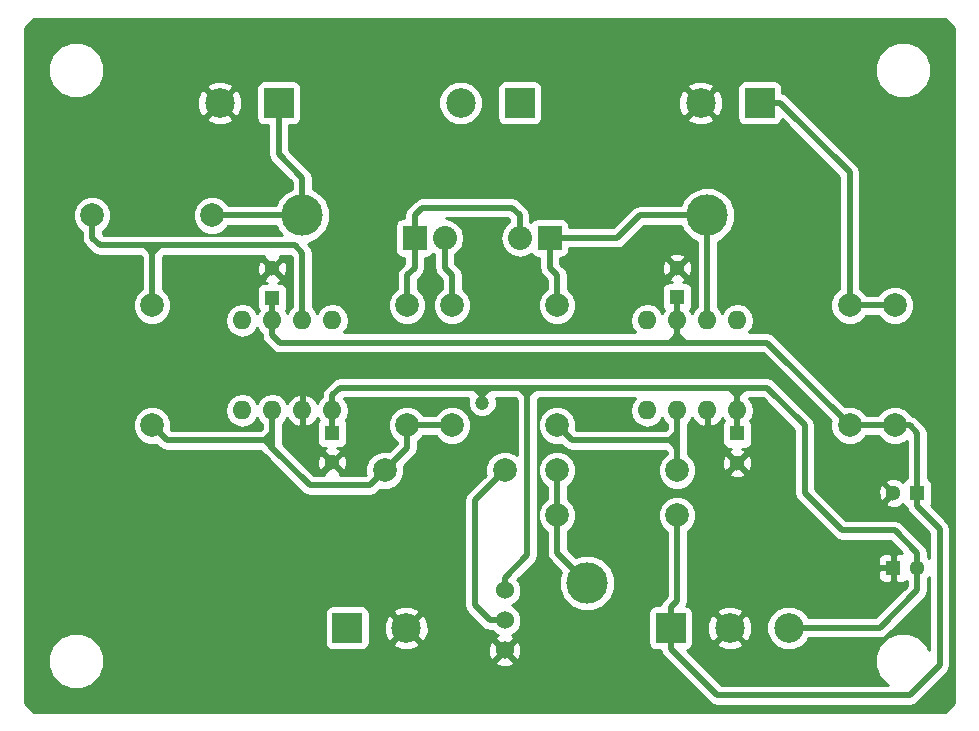
<source format=gbr>
G04 #@! TF.FileFunction,Copper,L2,Bot,Signal*
%FSLAX46Y46*%
G04 Gerber Fmt 4.6, Leading zero omitted, Abs format (unit mm)*
G04 Created by KiCad (PCBNEW 4.0.2+dfsg1-stable) date Mon 23 Oct 2017 16:48:42 CEST*
%MOMM*%
G01*
G04 APERTURE LIST*
%ADD10C,0.100000*%
%ADD11R,1.300000X1.300000*%
%ADD12C,1.300000*%
%ADD13R,2.032000X2.032000*%
%ADD14O,2.032000X2.032000*%
%ADD15C,2.500000*%
%ADD16R,2.500000X2.500000*%
%ADD17C,1.998980*%
%ADD18C,1.524000*%
%ADD19O,1.600000X1.600000*%
%ADD20C,3.500120*%
%ADD21C,1.200000*%
%ADD22C,0.500000*%
%ADD23C,0.254000*%
G04 APERTURE END LIST*
D10*
D11*
X188595000Y-112395000D03*
D12*
X186595000Y-112395000D03*
D11*
X186595000Y-118745000D03*
D12*
X188595000Y-118745000D03*
D11*
X168275000Y-95845000D03*
D12*
X168275000Y-93345000D03*
D11*
X173355000Y-107355000D03*
D12*
X173355000Y-109855000D03*
D11*
X133985000Y-95885000D03*
D12*
X133985000Y-93385000D03*
D11*
X139065000Y-107315000D03*
D12*
X139065000Y-109815000D03*
D13*
X157480000Y-90805000D03*
D14*
X154940000Y-90805000D03*
D13*
X146050000Y-90805000D03*
D14*
X148590000Y-90805000D03*
D15*
X177720000Y-123825000D03*
D16*
X167720000Y-123825000D03*
D15*
X172720000Y-123825000D03*
D16*
X175260000Y-79375000D03*
D15*
X170260000Y-79375000D03*
D16*
X154940000Y-79375000D03*
D15*
X149940000Y-79375000D03*
D16*
X140335000Y-123825000D03*
D15*
X145335000Y-123825000D03*
D16*
X134540000Y-79375000D03*
D15*
X129540000Y-79375000D03*
D17*
X182880000Y-106680000D03*
X182880000Y-96520000D03*
X186690000Y-106680000D03*
X186690000Y-96520000D03*
X168275000Y-114300000D03*
X158115000Y-114300000D03*
X168275000Y-110490000D03*
X158115000Y-110490000D03*
X158115000Y-96520000D03*
X158115000Y-106680000D03*
X145415000Y-106680000D03*
X145415000Y-96520000D03*
X149225000Y-106680000D03*
X149225000Y-96520000D03*
X143510000Y-110490000D03*
X153670000Y-110490000D03*
X123825000Y-96520000D03*
X123825000Y-106680000D03*
X128905000Y-88900000D03*
X118745000Y-88900000D03*
D18*
X153670000Y-123190000D03*
X153670000Y-125730000D03*
X153670000Y-120650000D03*
D19*
X165735000Y-105410000D03*
X168275000Y-105410000D03*
X170815000Y-105410000D03*
X173355000Y-105410000D03*
X173355000Y-97790000D03*
X170815000Y-97790000D03*
X168275000Y-97790000D03*
X165735000Y-97790000D03*
X131445000Y-105410000D03*
X133985000Y-105410000D03*
X136525000Y-105410000D03*
X139065000Y-105410000D03*
X139065000Y-97790000D03*
X136525000Y-97790000D03*
X133985000Y-97790000D03*
X131445000Y-97790000D03*
D20*
X160655000Y-120015000D03*
X170815000Y-88900000D03*
X136525000Y-88900000D03*
D21*
X151765000Y-104775000D03*
D22*
X182880000Y-106680000D02*
X175895000Y-99695000D01*
X175895000Y-99695000D02*
X168910000Y-99695000D01*
X167720000Y-123825000D02*
X167720000Y-125575000D01*
X167720000Y-125575000D02*
X171685000Y-129540000D01*
X171685000Y-129540000D02*
X187960000Y-129540000D01*
X187960000Y-129540000D02*
X190500000Y-127000000D01*
X190500000Y-127000000D02*
X190500000Y-115450000D01*
X190500000Y-115450000D02*
X188595000Y-113545000D01*
X188595000Y-113545000D02*
X188595000Y-112395000D01*
X168275000Y-121520000D02*
X168275000Y-114300000D01*
X167720000Y-123825000D02*
X167720000Y-122075000D01*
X167720000Y-122075000D02*
X168275000Y-121520000D01*
X133985000Y-97790000D02*
X133985000Y-95885000D01*
X168910000Y-99695000D02*
X168275000Y-99695000D01*
X168275000Y-99695000D02*
X167640000Y-99695000D01*
X168275000Y-99060000D02*
X168275000Y-99695000D01*
X167640000Y-99695000D02*
X134620000Y-99695000D01*
X168275000Y-99060000D02*
X167640000Y-99695000D01*
X133985000Y-99060000D02*
X133985000Y-97790000D01*
X134620000Y-99695000D02*
X133985000Y-99060000D01*
X168275000Y-97790000D02*
X168275000Y-95845000D01*
X168275000Y-99060000D02*
X168275000Y-97790000D01*
X168910000Y-99695000D02*
X168275000Y-99060000D01*
X186690000Y-106680000D02*
X182880000Y-106680000D01*
X188595000Y-112395000D02*
X188595000Y-107315000D01*
X188595000Y-107315000D02*
X187960000Y-106680000D01*
X187960000Y-106680000D02*
X186690000Y-106680000D01*
X155575000Y-112395000D02*
X155575000Y-110490000D01*
X155575000Y-117667370D02*
X155575000Y-110490000D01*
X155575000Y-110490000D02*
X155575000Y-104140000D01*
X153670000Y-120650000D02*
X153670000Y-119572370D01*
X153670000Y-119572370D02*
X155575000Y-117667370D01*
X188595000Y-118745000D02*
X188595000Y-120650000D01*
X185420000Y-123825000D02*
X177720000Y-123825000D01*
X188595000Y-120650000D02*
X185420000Y-123825000D01*
X186690000Y-115570000D02*
X182245000Y-115570000D01*
X188595000Y-118745000D02*
X188595000Y-117475000D01*
X186690000Y-115570000D02*
X188595000Y-117475000D01*
X182245000Y-115570000D02*
X179070000Y-112395000D01*
X179070000Y-112395000D02*
X179070000Y-106680000D01*
X179070000Y-106680000D02*
X175895000Y-103505000D01*
X175895000Y-103505000D02*
X174625000Y-103505000D01*
X151765000Y-103505000D02*
X151130000Y-103505000D01*
X151130000Y-103505000D02*
X139700000Y-103505000D01*
X151765000Y-104140000D02*
X151130000Y-103505000D01*
X151765000Y-104140000D02*
X151765000Y-103505000D01*
X151765000Y-104775000D02*
X151765000Y-104140000D01*
X154940000Y-103505000D02*
X152400000Y-103505000D01*
X152400000Y-103505000D02*
X151765000Y-103505000D01*
X151765000Y-104140000D02*
X152400000Y-103505000D01*
X155575000Y-103505000D02*
X154940000Y-103505000D01*
X156210000Y-103505000D02*
X155575000Y-103505000D01*
X155575000Y-103505000D02*
X155575000Y-104140000D01*
X155575000Y-104140000D02*
X154940000Y-103505000D01*
X172720000Y-103505000D02*
X156210000Y-103505000D01*
X155575000Y-104140000D02*
X156210000Y-103505000D01*
X139065000Y-105410000D02*
X139065000Y-107315000D01*
X173355000Y-103505000D02*
X174625000Y-103505000D01*
X172720000Y-103505000D02*
X173355000Y-103505000D01*
X173355000Y-103505000D02*
X173355000Y-104140000D01*
X174625000Y-103505000D02*
X173990000Y-103505000D01*
X173355000Y-104140000D02*
X172720000Y-103505000D01*
X139700000Y-103505000D02*
X139065000Y-104140000D01*
X139065000Y-104140000D02*
X139065000Y-105410000D01*
X173990000Y-103505000D02*
X173355000Y-104140000D01*
X173355000Y-104140000D02*
X173355000Y-105410000D01*
X173355000Y-105410000D02*
X173355000Y-107355000D01*
X163195000Y-90805000D02*
X165100000Y-88900000D01*
X165100000Y-88900000D02*
X170815000Y-88900000D01*
X157480000Y-90805000D02*
X163195000Y-90805000D01*
X157480000Y-93345000D02*
X158115000Y-93980000D01*
X158115000Y-93980000D02*
X158115000Y-96520000D01*
X157480000Y-90805000D02*
X157480000Y-93345000D01*
X170815000Y-88900000D02*
X170815000Y-97790000D01*
X154305000Y-88265000D02*
X154940000Y-88900000D01*
X154940000Y-88900000D02*
X154940000Y-90805000D01*
X146685000Y-88265000D02*
X154305000Y-88265000D01*
X146050000Y-88900000D02*
X146685000Y-88265000D01*
X146050000Y-90805000D02*
X146050000Y-88900000D01*
X146050000Y-93345000D02*
X145415000Y-93980000D01*
X145415000Y-93980000D02*
X145415000Y-96520000D01*
X146050000Y-90805000D02*
X146050000Y-93345000D01*
X148590000Y-90805000D02*
X148590000Y-93345000D01*
X148590000Y-93345000D02*
X149225000Y-93980000D01*
X149225000Y-93980000D02*
X149225000Y-96520000D01*
X182880000Y-96520000D02*
X182880000Y-85245000D01*
X182880000Y-85245000D02*
X177010000Y-79375000D01*
X177010000Y-79375000D02*
X175260000Y-79375000D01*
X186690000Y-96520000D02*
X182880000Y-96520000D01*
X158115000Y-114300000D02*
X158115000Y-117475000D01*
X158115000Y-117475000D02*
X160655000Y-120015000D01*
X158115000Y-110490000D02*
X158115000Y-114300000D01*
X136525000Y-85725000D02*
X134540000Y-83740000D01*
X134540000Y-83740000D02*
X134540000Y-79375000D01*
X136525000Y-88900000D02*
X136525000Y-85725000D01*
X128905000Y-88900000D02*
X136525000Y-88900000D01*
X168275000Y-107950000D02*
X168275000Y-106680000D01*
X167005000Y-107950000D02*
X167640000Y-107950000D01*
X168275000Y-108585000D02*
X168275000Y-107950000D01*
X159385000Y-107950000D02*
X167005000Y-107950000D01*
X168275000Y-107950000D02*
X167005000Y-107950000D01*
X168275000Y-110490000D02*
X168275000Y-108585000D01*
X167640000Y-107950000D02*
X168275000Y-108585000D01*
X168275000Y-107315000D02*
X168275000Y-106680000D01*
X168275000Y-106680000D02*
X168275000Y-105410000D01*
X167640000Y-107950000D02*
X168275000Y-107315000D01*
X158115000Y-106680000D02*
X159385000Y-107950000D01*
X137160000Y-111760000D02*
X142240000Y-111760000D01*
X133985000Y-108585000D02*
X137160000Y-111760000D01*
X133985000Y-107950000D02*
X133985000Y-108585000D01*
X133985000Y-107315000D02*
X133985000Y-107950000D01*
X125095000Y-107950000D02*
X132715000Y-107950000D01*
X132715000Y-107950000D02*
X133350000Y-107950000D01*
X133985000Y-107950000D02*
X132715000Y-107950000D01*
X133350000Y-107950000D02*
X133985000Y-108585000D01*
X133985000Y-105410000D02*
X133985000Y-107315000D01*
X123825000Y-106680000D02*
X125095000Y-107950000D01*
X133350000Y-107950000D02*
X133985000Y-107315000D01*
X142240000Y-111760000D02*
X143510000Y-110490000D01*
X145415000Y-106680000D02*
X149225000Y-106680000D01*
X143510000Y-110490000D02*
X145415000Y-108585000D01*
X145415000Y-108585000D02*
X145415000Y-106680000D01*
X152400000Y-123190000D02*
X153670000Y-123190000D01*
X151130000Y-121920000D02*
X152400000Y-123190000D01*
X153670000Y-110490000D02*
X151130000Y-113030000D01*
X151130000Y-113030000D02*
X151130000Y-121920000D01*
X123825000Y-91440000D02*
X123190000Y-91440000D01*
X124460000Y-91440000D02*
X123825000Y-91440000D01*
X123825000Y-91440000D02*
X123825000Y-92075000D01*
X118745000Y-90805000D02*
X118745000Y-88900000D01*
X123825000Y-92075000D02*
X123190000Y-91440000D01*
X123190000Y-91440000D02*
X119380000Y-91440000D01*
X119380000Y-91440000D02*
X118745000Y-90805000D01*
X124460000Y-91440000D02*
X123825000Y-92075000D01*
X123825000Y-92075000D02*
X123825000Y-96520000D01*
X135890000Y-91440000D02*
X124460000Y-91440000D01*
X136525000Y-92075000D02*
X135890000Y-91440000D01*
X136525000Y-97790000D02*
X136525000Y-92075000D01*
D23*
G36*
X191752500Y-73012106D02*
X191752500Y-130187894D01*
X190987894Y-130952500D01*
X113812106Y-130952500D01*
X113047500Y-130187894D01*
X113047500Y-127072325D01*
X115014587Y-127072325D01*
X115376916Y-127949229D01*
X116047242Y-128620726D01*
X116923513Y-128984585D01*
X117872325Y-128985413D01*
X118749229Y-128623084D01*
X119420726Y-127952758D01*
X119784585Y-127076487D01*
X119784904Y-126710213D01*
X152869392Y-126710213D01*
X152938857Y-126952397D01*
X153462302Y-127139144D01*
X154017368Y-127111362D01*
X154401143Y-126952397D01*
X154470608Y-126710213D01*
X153670000Y-125909605D01*
X152869392Y-126710213D01*
X119784904Y-126710213D01*
X119785413Y-126127675D01*
X119423084Y-125250771D01*
X118752758Y-124579274D01*
X117876487Y-124215415D01*
X116927675Y-124214587D01*
X116050771Y-124576916D01*
X115379274Y-125247242D01*
X115015415Y-126123513D01*
X115014587Y-127072325D01*
X113047500Y-127072325D01*
X113047500Y-122575000D01*
X138437560Y-122575000D01*
X138437560Y-125075000D01*
X138481838Y-125310317D01*
X138620910Y-125526441D01*
X138833110Y-125671431D01*
X139085000Y-125722440D01*
X141585000Y-125722440D01*
X141820317Y-125678162D01*
X142036441Y-125539090D01*
X142181431Y-125326890D01*
X142215567Y-125158320D01*
X144181285Y-125158320D01*
X144310533Y-125451123D01*
X145010806Y-125719388D01*
X145760435Y-125699250D01*
X146187625Y-125522302D01*
X152260856Y-125522302D01*
X152288638Y-126077368D01*
X152447603Y-126461143D01*
X152689787Y-126530608D01*
X153490395Y-125730000D01*
X153849605Y-125730000D01*
X154650213Y-126530608D01*
X154892397Y-126461143D01*
X155079144Y-125937698D01*
X155051362Y-125382632D01*
X154892397Y-124998857D01*
X154650213Y-124929392D01*
X153849605Y-125730000D01*
X153490395Y-125730000D01*
X152689787Y-124929392D01*
X152447603Y-124998857D01*
X152260856Y-125522302D01*
X146187625Y-125522302D01*
X146359467Y-125451123D01*
X146488715Y-125158320D01*
X145335000Y-124004605D01*
X144181285Y-125158320D01*
X142215567Y-125158320D01*
X142232440Y-125075000D01*
X142232440Y-123500806D01*
X143440612Y-123500806D01*
X143460750Y-124250435D01*
X143708877Y-124849467D01*
X144001680Y-124978715D01*
X145155395Y-123825000D01*
X145514605Y-123825000D01*
X146668320Y-124978715D01*
X146961123Y-124849467D01*
X147229388Y-124149194D01*
X147209250Y-123399565D01*
X146961123Y-122800533D01*
X146668320Y-122671285D01*
X145514605Y-123825000D01*
X145155395Y-123825000D01*
X144001680Y-122671285D01*
X143708877Y-122800533D01*
X143440612Y-123500806D01*
X142232440Y-123500806D01*
X142232440Y-122575000D01*
X142216763Y-122491680D01*
X144181285Y-122491680D01*
X145335000Y-123645395D01*
X146488715Y-122491680D01*
X146359467Y-122198877D01*
X145659194Y-121930612D01*
X144909565Y-121950750D01*
X144310533Y-122198877D01*
X144181285Y-122491680D01*
X142216763Y-122491680D01*
X142188162Y-122339683D01*
X142049090Y-122123559D01*
X141836890Y-121978569D01*
X141585000Y-121927560D01*
X139085000Y-121927560D01*
X138849683Y-121971838D01*
X138633559Y-122110910D01*
X138488569Y-122323110D01*
X138437560Y-122575000D01*
X113047500Y-122575000D01*
X113047500Y-107003694D01*
X122190226Y-107003694D01*
X122438538Y-107604655D01*
X122897927Y-108064846D01*
X123498453Y-108314206D01*
X124148694Y-108314774D01*
X124190798Y-108297377D01*
X124469208Y-108575787D01*
X124469210Y-108575790D01*
X124693102Y-108725389D01*
X124756325Y-108767633D01*
X125095000Y-108835001D01*
X125095005Y-108835000D01*
X132983420Y-108835000D01*
X133359208Y-109210787D01*
X133359210Y-109210790D01*
X136534208Y-112385787D01*
X136534210Y-112385790D01*
X136821325Y-112577633D01*
X136877516Y-112588810D01*
X137160000Y-112645001D01*
X137160005Y-112645000D01*
X142239995Y-112645000D01*
X142240000Y-112645001D01*
X142522484Y-112588810D01*
X142578675Y-112577633D01*
X142865790Y-112385790D01*
X143143828Y-112107752D01*
X143183453Y-112124206D01*
X143833694Y-112124774D01*
X144434655Y-111876462D01*
X144894846Y-111417073D01*
X145144206Y-110816547D01*
X145144774Y-110166306D01*
X145127377Y-110124202D01*
X146040787Y-109210792D01*
X146040790Y-109210790D01*
X146232633Y-108923675D01*
X146246248Y-108855226D01*
X146300001Y-108585000D01*
X146300000Y-108584995D01*
X146300000Y-108082847D01*
X146339655Y-108066462D01*
X146799846Y-107607073D01*
X146817316Y-107565000D01*
X147822153Y-107565000D01*
X147838538Y-107604655D01*
X148297927Y-108064846D01*
X148898453Y-108314206D01*
X149548694Y-108314774D01*
X150149655Y-108066462D01*
X150609846Y-107607073D01*
X150859206Y-107006547D01*
X150859774Y-106356306D01*
X150611462Y-105755345D01*
X150152073Y-105295154D01*
X149551547Y-105045794D01*
X148901306Y-105045226D01*
X148300345Y-105293538D01*
X147840154Y-105752927D01*
X147822684Y-105795000D01*
X146817847Y-105795000D01*
X146801462Y-105755345D01*
X146342073Y-105295154D01*
X145741547Y-105045794D01*
X145091306Y-105045226D01*
X144490345Y-105293538D01*
X144030154Y-105752927D01*
X143780794Y-106353453D01*
X143780226Y-107003694D01*
X144028538Y-107604655D01*
X144487927Y-108064846D01*
X144530000Y-108082316D01*
X144530000Y-108218421D01*
X143876173Y-108872248D01*
X143836547Y-108855794D01*
X143186306Y-108855226D01*
X142585345Y-109103538D01*
X142125154Y-109562927D01*
X141875794Y-110163453D01*
X141875226Y-110813694D01*
X141892623Y-110855797D01*
X141873420Y-110875000D01*
X139745538Y-110875000D01*
X139784410Y-110714016D01*
X139065000Y-109994605D01*
X138345590Y-110714016D01*
X138384462Y-110875000D01*
X137526579Y-110875000D01*
X136285658Y-109634078D01*
X137767378Y-109634078D01*
X137796917Y-110144428D01*
X137935389Y-110478729D01*
X138165984Y-110534410D01*
X138885395Y-109815000D01*
X139244605Y-109815000D01*
X139964016Y-110534410D01*
X140194611Y-110478729D01*
X140362622Y-109995922D01*
X140333083Y-109485572D01*
X140194611Y-109151271D01*
X139964016Y-109095590D01*
X139244605Y-109815000D01*
X138885395Y-109815000D01*
X138165984Y-109095590D01*
X137935389Y-109151271D01*
X137767378Y-109634078D01*
X136285658Y-109634078D01*
X134870000Y-108218420D01*
X134870000Y-107315005D01*
X134870001Y-107315000D01*
X134870000Y-107314995D01*
X134870000Y-106539473D01*
X134999698Y-106452811D01*
X135269986Y-106048297D01*
X135372611Y-106265134D01*
X135787577Y-106641041D01*
X136175961Y-106801904D01*
X136398000Y-106679915D01*
X136398000Y-105537000D01*
X136378000Y-105537000D01*
X136378000Y-105283000D01*
X136398000Y-105283000D01*
X136398000Y-104140085D01*
X136175961Y-104018096D01*
X135787577Y-104178959D01*
X135372611Y-104554866D01*
X135269986Y-104771703D01*
X134999698Y-104367189D01*
X134534151Y-104056120D01*
X133985000Y-103946887D01*
X133435849Y-104056120D01*
X132970302Y-104367189D01*
X132715000Y-104749275D01*
X132459698Y-104367189D01*
X131994151Y-104056120D01*
X131445000Y-103946887D01*
X130895849Y-104056120D01*
X130430302Y-104367189D01*
X130119233Y-104832736D01*
X130010000Y-105381887D01*
X130010000Y-105438113D01*
X130119233Y-105987264D01*
X130430302Y-106452811D01*
X130895849Y-106763880D01*
X131445000Y-106873113D01*
X131994151Y-106763880D01*
X132459698Y-106452811D01*
X132715000Y-106070725D01*
X132970302Y-106452811D01*
X133100000Y-106539473D01*
X133100000Y-106948421D01*
X132983420Y-107065000D01*
X125461579Y-107065000D01*
X125442752Y-107046173D01*
X125459206Y-107006547D01*
X125459774Y-106356306D01*
X125211462Y-105755345D01*
X124752073Y-105295154D01*
X124151547Y-105045794D01*
X123501306Y-105045226D01*
X122900345Y-105293538D01*
X122440154Y-105752927D01*
X122190794Y-106353453D01*
X122190226Y-107003694D01*
X113047500Y-107003694D01*
X113047500Y-89223694D01*
X117110226Y-89223694D01*
X117358538Y-89824655D01*
X117817927Y-90284846D01*
X117860000Y-90302316D01*
X117860000Y-90804995D01*
X117859999Y-90805000D01*
X117883029Y-90920776D01*
X117927367Y-91143675D01*
X118021560Y-91284645D01*
X118119210Y-91430790D01*
X118754208Y-92065787D01*
X118754210Y-92065790D01*
X118946054Y-92193975D01*
X119041326Y-92257634D01*
X119380000Y-92325001D01*
X119380005Y-92325000D01*
X122823420Y-92325000D01*
X122940000Y-92441579D01*
X122940000Y-95117153D01*
X122900345Y-95133538D01*
X122440154Y-95592927D01*
X122190794Y-96193453D01*
X122190226Y-96843694D01*
X122438538Y-97444655D01*
X122897927Y-97904846D01*
X123498453Y-98154206D01*
X124148694Y-98154774D01*
X124749655Y-97906462D01*
X125209846Y-97447073D01*
X125459206Y-96846547D01*
X125459774Y-96196306D01*
X125211462Y-95595345D01*
X124752073Y-95135154D01*
X124710000Y-95117684D01*
X124710000Y-93204078D01*
X132687378Y-93204078D01*
X132716917Y-93714428D01*
X132855389Y-94048729D01*
X133085984Y-94104410D01*
X133805395Y-93385000D01*
X134164605Y-93385000D01*
X134884016Y-94104410D01*
X135114611Y-94048729D01*
X135282622Y-93565922D01*
X135253083Y-93055572D01*
X135114611Y-92721271D01*
X134884016Y-92665590D01*
X134164605Y-93385000D01*
X133805395Y-93385000D01*
X133085984Y-92665590D01*
X132855389Y-92721271D01*
X132687378Y-93204078D01*
X124710000Y-93204078D01*
X124710000Y-92441580D01*
X124826579Y-92325000D01*
X133304462Y-92325000D01*
X133265590Y-92485984D01*
X133985000Y-93205395D01*
X134704410Y-92485984D01*
X134665538Y-92325000D01*
X135523420Y-92325000D01*
X135640000Y-92441579D01*
X135640000Y-96660527D01*
X135510302Y-96747189D01*
X135255000Y-97129275D01*
X135127682Y-96938731D01*
X135231431Y-96786890D01*
X135282440Y-96535000D01*
X135282440Y-95235000D01*
X135238162Y-94999683D01*
X135099090Y-94783559D01*
X134886890Y-94638569D01*
X134635000Y-94587560D01*
X134472615Y-94587560D01*
X134648729Y-94514611D01*
X134704410Y-94284016D01*
X133985000Y-93564605D01*
X133265590Y-94284016D01*
X133321271Y-94514611D01*
X133530902Y-94587560D01*
X133335000Y-94587560D01*
X133099683Y-94631838D01*
X132883559Y-94770910D01*
X132738569Y-94983110D01*
X132687560Y-95235000D01*
X132687560Y-96535000D01*
X132731838Y-96770317D01*
X132841244Y-96940338D01*
X132715000Y-97129275D01*
X132459698Y-96747189D01*
X131994151Y-96436120D01*
X131445000Y-96326887D01*
X130895849Y-96436120D01*
X130430302Y-96747189D01*
X130119233Y-97212736D01*
X130010000Y-97761887D01*
X130010000Y-97818113D01*
X130119233Y-98367264D01*
X130430302Y-98832811D01*
X130895849Y-99143880D01*
X131445000Y-99253113D01*
X131994151Y-99143880D01*
X132459698Y-98832811D01*
X132715000Y-98450725D01*
X132970302Y-98832811D01*
X133100000Y-98919473D01*
X133100000Y-99059995D01*
X133099999Y-99060000D01*
X133156190Y-99342484D01*
X133167367Y-99398675D01*
X133359209Y-99685789D01*
X133359210Y-99685790D01*
X133994208Y-100320787D01*
X133994210Y-100320790D01*
X134186054Y-100448975D01*
X134281326Y-100512634D01*
X134620000Y-100580001D01*
X134620005Y-100580000D01*
X167639995Y-100580000D01*
X167640000Y-100580001D01*
X167640005Y-100580000D01*
X168909995Y-100580000D01*
X168910000Y-100580001D01*
X168910005Y-100580000D01*
X175528420Y-100580000D01*
X181262248Y-106313827D01*
X181245794Y-106353453D01*
X181245226Y-107003694D01*
X181493538Y-107604655D01*
X181952927Y-108064846D01*
X182553453Y-108314206D01*
X183203694Y-108314774D01*
X183804655Y-108066462D01*
X184264846Y-107607073D01*
X184282316Y-107565000D01*
X185287153Y-107565000D01*
X185303538Y-107604655D01*
X185762927Y-108064846D01*
X186363453Y-108314206D01*
X187013694Y-108314774D01*
X187614655Y-108066462D01*
X187710000Y-107971283D01*
X187710000Y-111141778D01*
X187709683Y-111141838D01*
X187493559Y-111280910D01*
X187416063Y-111394329D01*
X187314410Y-111495982D01*
X187258729Y-111265389D01*
X186775922Y-111097378D01*
X186265572Y-111126917D01*
X185931271Y-111265389D01*
X185875590Y-111495984D01*
X186595000Y-112215395D01*
X186609142Y-112201252D01*
X186788748Y-112380858D01*
X186774605Y-112395000D01*
X186788748Y-112409142D01*
X186609142Y-112588748D01*
X186595000Y-112574605D01*
X185875590Y-113294016D01*
X185931271Y-113524611D01*
X186414078Y-113692622D01*
X186924428Y-113663083D01*
X187258729Y-113524611D01*
X187314410Y-113294018D01*
X187416072Y-113395680D01*
X187480910Y-113496441D01*
X187693110Y-113641431D01*
X187730695Y-113649042D01*
X187739364Y-113692622D01*
X187777367Y-113883675D01*
X187839261Y-113976306D01*
X187969210Y-114170790D01*
X189615000Y-115816579D01*
X189615000Y-117947929D01*
X189480000Y-117812693D01*
X189480000Y-117475005D01*
X189480001Y-117475000D01*
X189412633Y-117136326D01*
X189412633Y-117136325D01*
X189220790Y-116849210D01*
X189220787Y-116849208D01*
X187315790Y-114944210D01*
X187288222Y-114925790D01*
X187028675Y-114752367D01*
X186972484Y-114741190D01*
X186690000Y-114684999D01*
X186689995Y-114685000D01*
X182611579Y-114685000D01*
X180140658Y-112214078D01*
X185297378Y-112214078D01*
X185326917Y-112724428D01*
X185465389Y-113058729D01*
X185695984Y-113114410D01*
X186415395Y-112395000D01*
X185695984Y-111675590D01*
X185465389Y-111731271D01*
X185297378Y-112214078D01*
X180140658Y-112214078D01*
X179955000Y-112028420D01*
X179955000Y-106680005D01*
X179955001Y-106680000D01*
X179887633Y-106341326D01*
X179887633Y-106341325D01*
X179695790Y-106054210D01*
X179695787Y-106054208D01*
X176520790Y-102879210D01*
X176233675Y-102687367D01*
X176177484Y-102676190D01*
X175895000Y-102619999D01*
X175894995Y-102620000D01*
X173990005Y-102620000D01*
X173990000Y-102619999D01*
X173989995Y-102620000D01*
X172720005Y-102620000D01*
X172720000Y-102619999D01*
X172719995Y-102620000D01*
X156210005Y-102620000D01*
X156210000Y-102619999D01*
X156209995Y-102620000D01*
X154940005Y-102620000D01*
X154940000Y-102619999D01*
X154939995Y-102620000D01*
X152400005Y-102620000D01*
X152400000Y-102619999D01*
X152399995Y-102620000D01*
X151130005Y-102620000D01*
X151130000Y-102619999D01*
X151129995Y-102620000D01*
X139700005Y-102620000D01*
X139700000Y-102619999D01*
X139361326Y-102687366D01*
X139361324Y-102687367D01*
X139361325Y-102687367D01*
X139074210Y-102879210D01*
X139074208Y-102879213D01*
X138439210Y-103514210D01*
X138247367Y-103801325D01*
X138247367Y-103801326D01*
X138179999Y-104140000D01*
X138180000Y-104140005D01*
X138180000Y-104280527D01*
X138050302Y-104367189D01*
X137780014Y-104771703D01*
X137677389Y-104554866D01*
X137262423Y-104178959D01*
X136874039Y-104018096D01*
X136652000Y-104140085D01*
X136652000Y-105283000D01*
X136672000Y-105283000D01*
X136672000Y-105537000D01*
X136652000Y-105537000D01*
X136652000Y-106679915D01*
X136874039Y-106801904D01*
X137262423Y-106641041D01*
X137677389Y-106265134D01*
X137780014Y-106048297D01*
X137922318Y-106261269D01*
X137818569Y-106413110D01*
X137767560Y-106665000D01*
X137767560Y-107965000D01*
X137811838Y-108200317D01*
X137950910Y-108416441D01*
X138163110Y-108561431D01*
X138415000Y-108612440D01*
X138577385Y-108612440D01*
X138401271Y-108685389D01*
X138345590Y-108915984D01*
X139065000Y-109635395D01*
X139784410Y-108915984D01*
X139728729Y-108685389D01*
X139519098Y-108612440D01*
X139715000Y-108612440D01*
X139950317Y-108568162D01*
X140166441Y-108429090D01*
X140311431Y-108216890D01*
X140362440Y-107965000D01*
X140362440Y-106665000D01*
X140318162Y-106429683D01*
X140208756Y-106259662D01*
X140390767Y-105987264D01*
X140500000Y-105438113D01*
X140500000Y-105381887D01*
X140390767Y-104832736D01*
X140094940Y-104390000D01*
X150587628Y-104390000D01*
X150530215Y-104528266D01*
X150529786Y-105019579D01*
X150717408Y-105473657D01*
X151064515Y-105821371D01*
X151518266Y-106009785D01*
X152009579Y-106010214D01*
X152463657Y-105822592D01*
X152811371Y-105475485D01*
X152999785Y-105021734D01*
X153000214Y-104530421D01*
X152942193Y-104390000D01*
X154573420Y-104390000D01*
X154690000Y-104506579D01*
X154690000Y-109198243D01*
X154597073Y-109105154D01*
X153996547Y-108855794D01*
X153346306Y-108855226D01*
X152745345Y-109103538D01*
X152285154Y-109562927D01*
X152035794Y-110163453D01*
X152035226Y-110813694D01*
X152052623Y-110855798D01*
X150504210Y-112404210D01*
X150312367Y-112691325D01*
X150312367Y-112691326D01*
X150244999Y-113030000D01*
X150245000Y-113030005D01*
X150245000Y-121919995D01*
X150244999Y-121920000D01*
X150300472Y-122198877D01*
X150312367Y-122258675D01*
X150468055Y-122491680D01*
X150504210Y-122545790D01*
X151774208Y-123815787D01*
X151774210Y-123815790D01*
X152020423Y-123980303D01*
X152061325Y-124007633D01*
X152400000Y-124075001D01*
X152400005Y-124075000D01*
X152579522Y-124075000D01*
X152877630Y-124373629D01*
X153069727Y-124453395D01*
X152938857Y-124507603D01*
X152869392Y-124749787D01*
X153670000Y-125550395D01*
X154470608Y-124749787D01*
X154401143Y-124507603D01*
X154260682Y-124457491D01*
X154460303Y-124375010D01*
X154853629Y-123982370D01*
X155066757Y-123469100D01*
X155067242Y-122913339D01*
X154855010Y-122399697D01*
X154462370Y-122006371D01*
X154254488Y-121920051D01*
X154460303Y-121835010D01*
X154853629Y-121442370D01*
X155066757Y-120929100D01*
X155067242Y-120373339D01*
X154855010Y-119859697D01*
X154744728Y-119749222D01*
X156200787Y-118293162D01*
X156200790Y-118293160D01*
X156392633Y-118006045D01*
X156408283Y-117927367D01*
X156460001Y-117667370D01*
X156460000Y-117667365D01*
X156460000Y-110813694D01*
X156480226Y-110813694D01*
X156728538Y-111414655D01*
X157187927Y-111874846D01*
X157230000Y-111892316D01*
X157230000Y-112897153D01*
X157190345Y-112913538D01*
X156730154Y-113372927D01*
X156480794Y-113973453D01*
X156480226Y-114623694D01*
X156728538Y-115224655D01*
X157187927Y-115684846D01*
X157230000Y-115702316D01*
X157230000Y-117474995D01*
X157229999Y-117475000D01*
X157260737Y-117629527D01*
X157297367Y-117813675D01*
X157425903Y-118006044D01*
X157489210Y-118100790D01*
X158462994Y-119074574D01*
X158270355Y-119538501D01*
X158269527Y-120487336D01*
X158631866Y-121364263D01*
X159302208Y-122035776D01*
X160178501Y-122399645D01*
X161127336Y-122400473D01*
X162004263Y-122038134D01*
X162675776Y-121367792D01*
X163039645Y-120491499D01*
X163040473Y-119542664D01*
X162678134Y-118665737D01*
X162007792Y-117994224D01*
X161131499Y-117630355D01*
X160182664Y-117629527D01*
X159714534Y-117822954D01*
X159000000Y-117108420D01*
X159000000Y-115702847D01*
X159039655Y-115686462D01*
X159499846Y-115227073D01*
X159749206Y-114626547D01*
X159749774Y-113976306D01*
X159501462Y-113375345D01*
X159042073Y-112915154D01*
X159000000Y-112897684D01*
X159000000Y-111892847D01*
X159039655Y-111876462D01*
X159499846Y-111417073D01*
X159749206Y-110816547D01*
X159749774Y-110166306D01*
X159501462Y-109565345D01*
X159042073Y-109105154D01*
X158441547Y-108855794D01*
X157791306Y-108855226D01*
X157190345Y-109103538D01*
X156730154Y-109562927D01*
X156480794Y-110163453D01*
X156480226Y-110813694D01*
X156460000Y-110813694D01*
X156460000Y-104506580D01*
X156576579Y-104390000D01*
X164705060Y-104390000D01*
X164409233Y-104832736D01*
X164300000Y-105381887D01*
X164300000Y-105438113D01*
X164409233Y-105987264D01*
X164720302Y-106452811D01*
X165185849Y-106763880D01*
X165735000Y-106873113D01*
X166284151Y-106763880D01*
X166749698Y-106452811D01*
X167005000Y-106070725D01*
X167260302Y-106452811D01*
X167390000Y-106539473D01*
X167390000Y-106948421D01*
X167273420Y-107065000D01*
X159751579Y-107065000D01*
X159732752Y-107046173D01*
X159749206Y-107006547D01*
X159749774Y-106356306D01*
X159501462Y-105755345D01*
X159042073Y-105295154D01*
X158441547Y-105045794D01*
X157791306Y-105045226D01*
X157190345Y-105293538D01*
X156730154Y-105752927D01*
X156480794Y-106353453D01*
X156480226Y-107003694D01*
X156728538Y-107604655D01*
X157187927Y-108064846D01*
X157788453Y-108314206D01*
X158438694Y-108314774D01*
X158480798Y-108297377D01*
X158759208Y-108575787D01*
X158759210Y-108575790D01*
X158983102Y-108725389D01*
X159046325Y-108767633D01*
X159385000Y-108835001D01*
X159385005Y-108835000D01*
X167273420Y-108835000D01*
X167390000Y-108951579D01*
X167390000Y-109087153D01*
X167350345Y-109103538D01*
X166890154Y-109562927D01*
X166640794Y-110163453D01*
X166640226Y-110813694D01*
X166888538Y-111414655D01*
X167347927Y-111874846D01*
X167948453Y-112124206D01*
X168598694Y-112124774D01*
X169199655Y-111876462D01*
X169659846Y-111417073D01*
X169909206Y-110816547D01*
X169909260Y-110754016D01*
X172635590Y-110754016D01*
X172691271Y-110984611D01*
X173174078Y-111152622D01*
X173684428Y-111123083D01*
X174018729Y-110984611D01*
X174074410Y-110754016D01*
X173355000Y-110034605D01*
X172635590Y-110754016D01*
X169909260Y-110754016D01*
X169909774Y-110166306D01*
X169706390Y-109674078D01*
X172057378Y-109674078D01*
X172086917Y-110184428D01*
X172225389Y-110518729D01*
X172455984Y-110574410D01*
X173175395Y-109855000D01*
X173534605Y-109855000D01*
X174254016Y-110574410D01*
X174484611Y-110518729D01*
X174652622Y-110035922D01*
X174623083Y-109525572D01*
X174484611Y-109191271D01*
X174254016Y-109135590D01*
X173534605Y-109855000D01*
X173175395Y-109855000D01*
X172455984Y-109135590D01*
X172225389Y-109191271D01*
X172057378Y-109674078D01*
X169706390Y-109674078D01*
X169661462Y-109565345D01*
X169202073Y-109105154D01*
X169160000Y-109087684D01*
X169160000Y-108585005D01*
X169160001Y-108585000D01*
X169160000Y-108584995D01*
X169160000Y-107315005D01*
X169160001Y-107315000D01*
X169160000Y-107314995D01*
X169160000Y-106539473D01*
X169289698Y-106452811D01*
X169559986Y-106048297D01*
X169662611Y-106265134D01*
X170077577Y-106641041D01*
X170465961Y-106801904D01*
X170688000Y-106679915D01*
X170688000Y-105537000D01*
X170668000Y-105537000D01*
X170668000Y-105283000D01*
X170688000Y-105283000D01*
X170688000Y-105263000D01*
X170942000Y-105263000D01*
X170942000Y-105283000D01*
X170962000Y-105283000D01*
X170962000Y-105537000D01*
X170942000Y-105537000D01*
X170942000Y-106679915D01*
X171164039Y-106801904D01*
X171552423Y-106641041D01*
X171967389Y-106265134D01*
X172070014Y-106048297D01*
X172225830Y-106281492D01*
X172108569Y-106453110D01*
X172057560Y-106705000D01*
X172057560Y-108005000D01*
X172101838Y-108240317D01*
X172240910Y-108456441D01*
X172453110Y-108601431D01*
X172705000Y-108652440D01*
X172867385Y-108652440D01*
X172691271Y-108725389D01*
X172635590Y-108955984D01*
X173355000Y-109675395D01*
X174074410Y-108955984D01*
X174018729Y-108725389D01*
X173809098Y-108652440D01*
X174005000Y-108652440D01*
X174240317Y-108608162D01*
X174456441Y-108469090D01*
X174601431Y-108256890D01*
X174652440Y-108005000D01*
X174652440Y-106705000D01*
X174608162Y-106469683D01*
X174485644Y-106279285D01*
X174680767Y-105987264D01*
X174790000Y-105438113D01*
X174790000Y-105381887D01*
X174680767Y-104832736D01*
X174384940Y-104390000D01*
X175528420Y-104390000D01*
X178185000Y-107046579D01*
X178185000Y-112394995D01*
X178184999Y-112395000D01*
X178237712Y-112659999D01*
X178252367Y-112733675D01*
X178372547Y-112913538D01*
X178444210Y-113020790D01*
X181619208Y-116195787D01*
X181619210Y-116195790D01*
X181906325Y-116387633D01*
X181962516Y-116398810D01*
X182245000Y-116455001D01*
X182245005Y-116455000D01*
X186323420Y-116455000D01*
X187328421Y-117460000D01*
X186880750Y-117460000D01*
X186722000Y-117618750D01*
X186722000Y-118618000D01*
X186742000Y-118618000D01*
X186742000Y-118872000D01*
X186722000Y-118872000D01*
X186722000Y-119871250D01*
X186880750Y-120030000D01*
X187371309Y-120030000D01*
X187604698Y-119933327D01*
X187710000Y-119828026D01*
X187710000Y-120283421D01*
X185053420Y-122940000D01*
X179393898Y-122940000D01*
X179318957Y-122758628D01*
X178789161Y-122227907D01*
X178096595Y-121940328D01*
X177346695Y-121939674D01*
X176653628Y-122226043D01*
X176122907Y-122755839D01*
X175835328Y-123448405D01*
X175834674Y-124198305D01*
X176121043Y-124891372D01*
X176650839Y-125422093D01*
X177343405Y-125709672D01*
X178093305Y-125710326D01*
X178786372Y-125423957D01*
X179317093Y-124894161D01*
X179393563Y-124710000D01*
X185419995Y-124710000D01*
X185420000Y-124710001D01*
X185702484Y-124653810D01*
X185758675Y-124642633D01*
X186045790Y-124450790D01*
X189220787Y-121275792D01*
X189220790Y-121275790D01*
X189412633Y-120988675D01*
X189443672Y-120832633D01*
X189480001Y-120650000D01*
X189480000Y-120649995D01*
X189480000Y-119677224D01*
X189615000Y-119542460D01*
X189615000Y-125715244D01*
X189423084Y-125250771D01*
X188752758Y-124579274D01*
X187876487Y-124215415D01*
X186927675Y-124214587D01*
X186050771Y-124576916D01*
X185379274Y-125247242D01*
X185015415Y-126123513D01*
X185014587Y-127072325D01*
X185376916Y-127949229D01*
X186047242Y-128620726D01*
X186129783Y-128655000D01*
X172051579Y-128655000D01*
X169095420Y-125698841D01*
X169205317Y-125678162D01*
X169421441Y-125539090D01*
X169566431Y-125326890D01*
X169600567Y-125158320D01*
X171566285Y-125158320D01*
X171695533Y-125451123D01*
X172395806Y-125719388D01*
X173145435Y-125699250D01*
X173744467Y-125451123D01*
X173873715Y-125158320D01*
X172720000Y-124004605D01*
X171566285Y-125158320D01*
X169600567Y-125158320D01*
X169617440Y-125075000D01*
X169617440Y-123500806D01*
X170825612Y-123500806D01*
X170845750Y-124250435D01*
X171093877Y-124849467D01*
X171386680Y-124978715D01*
X172540395Y-123825000D01*
X172899605Y-123825000D01*
X174053320Y-124978715D01*
X174346123Y-124849467D01*
X174614388Y-124149194D01*
X174594250Y-123399565D01*
X174346123Y-122800533D01*
X174053320Y-122671285D01*
X172899605Y-123825000D01*
X172540395Y-123825000D01*
X171386680Y-122671285D01*
X171093877Y-122800533D01*
X170825612Y-123500806D01*
X169617440Y-123500806D01*
X169617440Y-122575000D01*
X169601763Y-122491680D01*
X171566285Y-122491680D01*
X172720000Y-123645395D01*
X173873715Y-122491680D01*
X173744467Y-122198877D01*
X173044194Y-121930612D01*
X172294565Y-121950750D01*
X171695533Y-122198877D01*
X171566285Y-122491680D01*
X169601763Y-122491680D01*
X169573162Y-122339683D01*
X169434090Y-122123559D01*
X169221890Y-121978569D01*
X169037476Y-121941224D01*
X169092633Y-121858675D01*
X169092634Y-121858674D01*
X169160001Y-121520000D01*
X169160000Y-121519995D01*
X169160000Y-119030750D01*
X185310000Y-119030750D01*
X185310000Y-119521310D01*
X185406673Y-119754699D01*
X185585302Y-119933327D01*
X185818691Y-120030000D01*
X186309250Y-120030000D01*
X186468000Y-119871250D01*
X186468000Y-118872000D01*
X185468750Y-118872000D01*
X185310000Y-119030750D01*
X169160000Y-119030750D01*
X169160000Y-117968690D01*
X185310000Y-117968690D01*
X185310000Y-118459250D01*
X185468750Y-118618000D01*
X186468000Y-118618000D01*
X186468000Y-117618750D01*
X186309250Y-117460000D01*
X185818691Y-117460000D01*
X185585302Y-117556673D01*
X185406673Y-117735301D01*
X185310000Y-117968690D01*
X169160000Y-117968690D01*
X169160000Y-115702847D01*
X169199655Y-115686462D01*
X169659846Y-115227073D01*
X169909206Y-114626547D01*
X169909774Y-113976306D01*
X169661462Y-113375345D01*
X169202073Y-112915154D01*
X168601547Y-112665794D01*
X167951306Y-112665226D01*
X167350345Y-112913538D01*
X166890154Y-113372927D01*
X166640794Y-113973453D01*
X166640226Y-114623694D01*
X166888538Y-115224655D01*
X167347927Y-115684846D01*
X167390000Y-115702316D01*
X167390000Y-121153421D01*
X167094210Y-121449210D01*
X166902367Y-121736325D01*
X166902367Y-121736326D01*
X166864327Y-121927560D01*
X166470000Y-121927560D01*
X166234683Y-121971838D01*
X166018559Y-122110910D01*
X165873569Y-122323110D01*
X165822560Y-122575000D01*
X165822560Y-125075000D01*
X165866838Y-125310317D01*
X166005910Y-125526441D01*
X166218110Y-125671431D01*
X166470000Y-125722440D01*
X166864327Y-125722440D01*
X166891190Y-125857484D01*
X166902367Y-125913675D01*
X167081900Y-126182367D01*
X167094210Y-126200790D01*
X171059208Y-130165787D01*
X171059210Y-130165790D01*
X171346325Y-130357633D01*
X171402516Y-130368810D01*
X171685000Y-130425001D01*
X171685005Y-130425000D01*
X187959995Y-130425000D01*
X187960000Y-130425001D01*
X188242484Y-130368810D01*
X188298675Y-130357633D01*
X188585790Y-130165790D01*
X191125787Y-127625792D01*
X191125790Y-127625790D01*
X191317633Y-127338675D01*
X191385000Y-127000000D01*
X191385000Y-115450005D01*
X191385001Y-115450000D01*
X191317633Y-115111326D01*
X191317633Y-115111325D01*
X191125790Y-114824210D01*
X191125787Y-114824208D01*
X189742809Y-113441229D01*
X189841431Y-113296890D01*
X189892440Y-113045000D01*
X189892440Y-111745000D01*
X189848162Y-111509683D01*
X189709090Y-111293559D01*
X189496890Y-111148569D01*
X189480000Y-111145149D01*
X189480000Y-107315005D01*
X189480001Y-107315000D01*
X189412634Y-106976326D01*
X189296089Y-106801904D01*
X189220790Y-106689210D01*
X189220787Y-106689208D01*
X188585790Y-106054210D01*
X188519303Y-106009785D01*
X188298675Y-105862367D01*
X188242484Y-105851190D01*
X188104743Y-105823791D01*
X188076462Y-105755345D01*
X187617073Y-105295154D01*
X187016547Y-105045794D01*
X186366306Y-105045226D01*
X185765345Y-105293538D01*
X185305154Y-105752927D01*
X185287684Y-105795000D01*
X184282847Y-105795000D01*
X184266462Y-105755345D01*
X183807073Y-105295154D01*
X183206547Y-105045794D01*
X182556306Y-105045226D01*
X182514202Y-105062623D01*
X176520790Y-99069210D01*
X176507006Y-99060000D01*
X176233675Y-98877367D01*
X176177484Y-98866190D01*
X175895000Y-98809999D01*
X175894995Y-98810000D01*
X174384940Y-98810000D01*
X174680767Y-98367264D01*
X174790000Y-97818113D01*
X174790000Y-97761887D01*
X174680767Y-97212736D01*
X174369698Y-96747189D01*
X173904151Y-96436120D01*
X173355000Y-96326887D01*
X172805849Y-96436120D01*
X172340302Y-96747189D01*
X172085000Y-97129275D01*
X171829698Y-96747189D01*
X171700000Y-96660527D01*
X171700000Y-91114964D01*
X172164263Y-90923134D01*
X172835776Y-90252792D01*
X173199645Y-89376499D01*
X173200473Y-88427664D01*
X172838134Y-87550737D01*
X172167792Y-86879224D01*
X171291499Y-86515355D01*
X170342664Y-86514527D01*
X169465737Y-86876866D01*
X168794224Y-87547208D01*
X168599980Y-88015000D01*
X165100005Y-88015000D01*
X165100000Y-88014999D01*
X164817516Y-88071190D01*
X164761325Y-88082367D01*
X164474210Y-88274210D01*
X164474208Y-88274213D01*
X162828420Y-89920000D01*
X159143440Y-89920000D01*
X159143440Y-89789000D01*
X159099162Y-89553683D01*
X158960090Y-89337559D01*
X158747890Y-89192569D01*
X158496000Y-89141560D01*
X156464000Y-89141560D01*
X156228683Y-89185838D01*
X156012559Y-89324910D01*
X155910802Y-89473837D01*
X155825000Y-89416506D01*
X155825000Y-88900005D01*
X155825001Y-88900000D01*
X155757634Y-88561326D01*
X155665542Y-88423501D01*
X155565790Y-88274210D01*
X155565787Y-88274208D01*
X154930790Y-87639210D01*
X154793098Y-87547208D01*
X154643675Y-87447367D01*
X154587484Y-87436190D01*
X154305000Y-87379999D01*
X154304995Y-87380000D01*
X146685005Y-87380000D01*
X146685000Y-87379999D01*
X146346326Y-87447366D01*
X146346324Y-87447367D01*
X146346325Y-87447367D01*
X146059210Y-87639210D01*
X146059208Y-87639213D01*
X145424210Y-88274210D01*
X145232367Y-88561325D01*
X145232367Y-88561326D01*
X145164999Y-88900000D01*
X145165000Y-88900005D01*
X145165000Y-89141560D01*
X145034000Y-89141560D01*
X144798683Y-89185838D01*
X144582559Y-89324910D01*
X144437569Y-89537110D01*
X144386560Y-89789000D01*
X144386560Y-91821000D01*
X144430838Y-92056317D01*
X144569910Y-92272441D01*
X144782110Y-92417431D01*
X145034000Y-92468440D01*
X145165000Y-92468440D01*
X145165000Y-92978421D01*
X144789210Y-93354210D01*
X144597367Y-93641325D01*
X144597367Y-93641326D01*
X144529999Y-93980000D01*
X144530000Y-93980005D01*
X144530000Y-95117153D01*
X144490345Y-95133538D01*
X144030154Y-95592927D01*
X143780794Y-96193453D01*
X143780226Y-96843694D01*
X144028538Y-97444655D01*
X144487927Y-97904846D01*
X145088453Y-98154206D01*
X145738694Y-98154774D01*
X146339655Y-97906462D01*
X146799846Y-97447073D01*
X147049206Y-96846547D01*
X147049774Y-96196306D01*
X146801462Y-95595345D01*
X146342073Y-95135154D01*
X146300000Y-95117684D01*
X146300000Y-94346580D01*
X146675787Y-93970792D01*
X146675790Y-93970790D01*
X146867633Y-93683675D01*
X146867634Y-93683674D01*
X146935001Y-93345000D01*
X146935000Y-93344995D01*
X146935000Y-92468440D01*
X147066000Y-92468440D01*
X147301317Y-92424162D01*
X147517441Y-92285090D01*
X147619198Y-92136163D01*
X147705000Y-92193494D01*
X147705000Y-93344995D01*
X147704999Y-93345000D01*
X147748682Y-93564605D01*
X147772367Y-93683675D01*
X147964209Y-93970789D01*
X147964210Y-93970790D01*
X148340000Y-94346579D01*
X148340000Y-95117153D01*
X148300345Y-95133538D01*
X147840154Y-95592927D01*
X147590794Y-96193453D01*
X147590226Y-96843694D01*
X147838538Y-97444655D01*
X148297927Y-97904846D01*
X148898453Y-98154206D01*
X149548694Y-98154774D01*
X150149655Y-97906462D01*
X150609846Y-97447073D01*
X150859206Y-96846547D01*
X150859774Y-96196306D01*
X150611462Y-95595345D01*
X150152073Y-95135154D01*
X150110000Y-95117684D01*
X150110000Y-93980005D01*
X150110001Y-93980000D01*
X150042634Y-93641326D01*
X149871363Y-93385000D01*
X149850790Y-93354210D01*
X149850787Y-93354208D01*
X149475000Y-92978420D01*
X149475000Y-92193494D01*
X149757433Y-92004778D01*
X150115325Y-91469155D01*
X150241000Y-90837345D01*
X150241000Y-90772655D01*
X150115325Y-90140845D01*
X149757433Y-89605222D01*
X149221810Y-89247330D01*
X148732500Y-89150000D01*
X153938420Y-89150000D01*
X154055000Y-89266579D01*
X154055000Y-89416506D01*
X153772567Y-89605222D01*
X153414675Y-90140845D01*
X153289000Y-90772655D01*
X153289000Y-90837345D01*
X153414675Y-91469155D01*
X153772567Y-92004778D01*
X154308190Y-92362670D01*
X154940000Y-92488345D01*
X155571810Y-92362670D01*
X155911792Y-92135501D01*
X155999910Y-92272441D01*
X156212110Y-92417431D01*
X156464000Y-92468440D01*
X156595000Y-92468440D01*
X156595000Y-93344995D01*
X156594999Y-93345000D01*
X156638682Y-93564605D01*
X156662367Y-93683675D01*
X156854209Y-93970789D01*
X156854210Y-93970790D01*
X157230000Y-94346579D01*
X157230000Y-95117153D01*
X157190345Y-95133538D01*
X156730154Y-95592927D01*
X156480794Y-96193453D01*
X156480226Y-96843694D01*
X156728538Y-97444655D01*
X157187927Y-97904846D01*
X157788453Y-98154206D01*
X158438694Y-98154774D01*
X159039655Y-97906462D01*
X159499846Y-97447073D01*
X159749206Y-96846547D01*
X159749774Y-96196306D01*
X159501462Y-95595345D01*
X159042073Y-95135154D01*
X159000000Y-95117684D01*
X159000000Y-93980005D01*
X159000001Y-93980000D01*
X158932634Y-93641326D01*
X158761363Y-93385000D01*
X158740790Y-93354210D01*
X158740787Y-93354208D01*
X158550658Y-93164078D01*
X166977378Y-93164078D01*
X167006917Y-93674428D01*
X167145389Y-94008729D01*
X167375984Y-94064410D01*
X168095395Y-93345000D01*
X168454605Y-93345000D01*
X169174016Y-94064410D01*
X169404611Y-94008729D01*
X169572622Y-93525922D01*
X169543083Y-93015572D01*
X169404611Y-92681271D01*
X169174016Y-92625590D01*
X168454605Y-93345000D01*
X168095395Y-93345000D01*
X167375984Y-92625590D01*
X167145389Y-92681271D01*
X166977378Y-93164078D01*
X158550658Y-93164078D01*
X158365000Y-92978420D01*
X158365000Y-92468440D01*
X158496000Y-92468440D01*
X158615343Y-92445984D01*
X167555590Y-92445984D01*
X168275000Y-93165395D01*
X168994410Y-92445984D01*
X168938729Y-92215389D01*
X168455922Y-92047378D01*
X167945572Y-92076917D01*
X167611271Y-92215389D01*
X167555590Y-92445984D01*
X158615343Y-92445984D01*
X158731317Y-92424162D01*
X158947441Y-92285090D01*
X159092431Y-92072890D01*
X159143440Y-91821000D01*
X159143440Y-91690000D01*
X163194995Y-91690000D01*
X163195000Y-91690001D01*
X163477484Y-91633810D01*
X163533675Y-91622633D01*
X163820790Y-91430790D01*
X165466579Y-89785000D01*
X168600036Y-89785000D01*
X168791866Y-90249263D01*
X169462208Y-90920776D01*
X169930000Y-91115020D01*
X169930000Y-96660527D01*
X169800302Y-96747189D01*
X169545000Y-97129275D01*
X169404170Y-96918508D01*
X169521431Y-96746890D01*
X169572440Y-96495000D01*
X169572440Y-95195000D01*
X169528162Y-94959683D01*
X169389090Y-94743559D01*
X169176890Y-94598569D01*
X168925000Y-94547560D01*
X168762615Y-94547560D01*
X168938729Y-94474611D01*
X168994410Y-94244016D01*
X168275000Y-93524605D01*
X167555590Y-94244016D01*
X167611271Y-94474611D01*
X167820902Y-94547560D01*
X167625000Y-94547560D01*
X167389683Y-94591838D01*
X167173559Y-94730910D01*
X167028569Y-94943110D01*
X166977560Y-95195000D01*
X166977560Y-96495000D01*
X167021838Y-96730317D01*
X167144356Y-96920715D01*
X167005000Y-97129275D01*
X166749698Y-96747189D01*
X166284151Y-96436120D01*
X165735000Y-96326887D01*
X165185849Y-96436120D01*
X164720302Y-96747189D01*
X164409233Y-97212736D01*
X164300000Y-97761887D01*
X164300000Y-97818113D01*
X164409233Y-98367264D01*
X164705060Y-98810000D01*
X140094940Y-98810000D01*
X140390767Y-98367264D01*
X140500000Y-97818113D01*
X140500000Y-97761887D01*
X140390767Y-97212736D01*
X140079698Y-96747189D01*
X139614151Y-96436120D01*
X139065000Y-96326887D01*
X138515849Y-96436120D01*
X138050302Y-96747189D01*
X137795000Y-97129275D01*
X137539698Y-96747189D01*
X137410000Y-96660527D01*
X137410000Y-92075005D01*
X137410001Y-92075000D01*
X137342634Y-91736326D01*
X137266667Y-91622633D01*
X137150790Y-91449210D01*
X137150787Y-91449208D01*
X136987043Y-91285464D01*
X136997336Y-91285473D01*
X137874263Y-90923134D01*
X138545776Y-90252792D01*
X138909645Y-89376499D01*
X138910473Y-88427664D01*
X138548134Y-87550737D01*
X137877792Y-86879224D01*
X137410000Y-86684980D01*
X137410000Y-85725005D01*
X137410001Y-85725000D01*
X137342633Y-85386326D01*
X137342633Y-85386325D01*
X137150790Y-85099210D01*
X137150787Y-85099208D01*
X135425000Y-83373420D01*
X135425000Y-81272440D01*
X135790000Y-81272440D01*
X136025317Y-81228162D01*
X136241441Y-81089090D01*
X136386431Y-80876890D01*
X136437440Y-80625000D01*
X136437440Y-79748305D01*
X148054674Y-79748305D01*
X148341043Y-80441372D01*
X148870839Y-80972093D01*
X149563405Y-81259672D01*
X150313305Y-81260326D01*
X151006372Y-80973957D01*
X151537093Y-80444161D01*
X151824672Y-79751595D01*
X151825326Y-79001695D01*
X151538957Y-78308628D01*
X151355650Y-78125000D01*
X153042560Y-78125000D01*
X153042560Y-80625000D01*
X153086838Y-80860317D01*
X153225910Y-81076441D01*
X153438110Y-81221431D01*
X153690000Y-81272440D01*
X156190000Y-81272440D01*
X156425317Y-81228162D01*
X156641441Y-81089090D01*
X156786431Y-80876890D01*
X156820567Y-80708320D01*
X169106285Y-80708320D01*
X169235533Y-81001123D01*
X169935806Y-81269388D01*
X170685435Y-81249250D01*
X171284467Y-81001123D01*
X171413715Y-80708320D01*
X170260000Y-79554605D01*
X169106285Y-80708320D01*
X156820567Y-80708320D01*
X156837440Y-80625000D01*
X156837440Y-79050806D01*
X168365612Y-79050806D01*
X168385750Y-79800435D01*
X168633877Y-80399467D01*
X168926680Y-80528715D01*
X170080395Y-79375000D01*
X170439605Y-79375000D01*
X171593320Y-80528715D01*
X171886123Y-80399467D01*
X172154388Y-79699194D01*
X172134250Y-78949565D01*
X171886123Y-78350533D01*
X171593320Y-78221285D01*
X170439605Y-79375000D01*
X170080395Y-79375000D01*
X168926680Y-78221285D01*
X168633877Y-78350533D01*
X168365612Y-79050806D01*
X156837440Y-79050806D01*
X156837440Y-78125000D01*
X156821763Y-78041680D01*
X169106285Y-78041680D01*
X170260000Y-79195395D01*
X171330395Y-78125000D01*
X173362560Y-78125000D01*
X173362560Y-80625000D01*
X173406838Y-80860317D01*
X173545910Y-81076441D01*
X173758110Y-81221431D01*
X174010000Y-81272440D01*
X176510000Y-81272440D01*
X176745317Y-81228162D01*
X176961441Y-81089090D01*
X177106431Y-80876890D01*
X177132345Y-80748925D01*
X181995000Y-85611579D01*
X181995000Y-95117153D01*
X181955345Y-95133538D01*
X181495154Y-95592927D01*
X181245794Y-96193453D01*
X181245226Y-96843694D01*
X181493538Y-97444655D01*
X181952927Y-97904846D01*
X182553453Y-98154206D01*
X183203694Y-98154774D01*
X183804655Y-97906462D01*
X184264846Y-97447073D01*
X184282316Y-97405000D01*
X185287153Y-97405000D01*
X185303538Y-97444655D01*
X185762927Y-97904846D01*
X186363453Y-98154206D01*
X187013694Y-98154774D01*
X187614655Y-97906462D01*
X188074846Y-97447073D01*
X188324206Y-96846547D01*
X188324774Y-96196306D01*
X188076462Y-95595345D01*
X187617073Y-95135154D01*
X187016547Y-94885794D01*
X186366306Y-94885226D01*
X185765345Y-95133538D01*
X185305154Y-95592927D01*
X185287684Y-95635000D01*
X184282847Y-95635000D01*
X184266462Y-95595345D01*
X183807073Y-95135154D01*
X183765000Y-95117684D01*
X183765000Y-85245005D01*
X183765001Y-85245000D01*
X183697634Y-84906326D01*
X183633975Y-84811054D01*
X183505790Y-84619210D01*
X183505787Y-84619208D01*
X177635790Y-78749210D01*
X177348675Y-78557367D01*
X177292484Y-78546190D01*
X177157440Y-78519327D01*
X177157440Y-78125000D01*
X177113162Y-77889683D01*
X176974090Y-77673559D01*
X176761890Y-77528569D01*
X176510000Y-77477560D01*
X174010000Y-77477560D01*
X173774683Y-77521838D01*
X173558559Y-77660910D01*
X173413569Y-77873110D01*
X173362560Y-78125000D01*
X171330395Y-78125000D01*
X171413715Y-78041680D01*
X171284467Y-77748877D01*
X170584194Y-77480612D01*
X169834565Y-77500750D01*
X169235533Y-77748877D01*
X169106285Y-78041680D01*
X156821763Y-78041680D01*
X156793162Y-77889683D01*
X156654090Y-77673559D01*
X156441890Y-77528569D01*
X156190000Y-77477560D01*
X153690000Y-77477560D01*
X153454683Y-77521838D01*
X153238559Y-77660910D01*
X153093569Y-77873110D01*
X153042560Y-78125000D01*
X151355650Y-78125000D01*
X151009161Y-77777907D01*
X150316595Y-77490328D01*
X149566695Y-77489674D01*
X148873628Y-77776043D01*
X148342907Y-78305839D01*
X148055328Y-78998405D01*
X148054674Y-79748305D01*
X136437440Y-79748305D01*
X136437440Y-78125000D01*
X136393162Y-77889683D01*
X136254090Y-77673559D01*
X136041890Y-77528569D01*
X135790000Y-77477560D01*
X133290000Y-77477560D01*
X133054683Y-77521838D01*
X132838559Y-77660910D01*
X132693569Y-77873110D01*
X132642560Y-78125000D01*
X132642560Y-80625000D01*
X132686838Y-80860317D01*
X132825910Y-81076441D01*
X133038110Y-81221431D01*
X133290000Y-81272440D01*
X133655000Y-81272440D01*
X133655000Y-83739995D01*
X133654999Y-83740000D01*
X133711190Y-84022484D01*
X133722367Y-84078675D01*
X133910341Y-84360000D01*
X133914210Y-84365790D01*
X135640000Y-86091579D01*
X135640000Y-86685036D01*
X135175737Y-86876866D01*
X134504224Y-87547208D01*
X134309980Y-88015000D01*
X130307847Y-88015000D01*
X130291462Y-87975345D01*
X129832073Y-87515154D01*
X129231547Y-87265794D01*
X128581306Y-87265226D01*
X127980345Y-87513538D01*
X127520154Y-87972927D01*
X127270794Y-88573453D01*
X127270226Y-89223694D01*
X127518538Y-89824655D01*
X127977927Y-90284846D01*
X128578453Y-90534206D01*
X129228694Y-90534774D01*
X129829655Y-90286462D01*
X130289846Y-89827073D01*
X130307316Y-89785000D01*
X134310036Y-89785000D01*
X134501866Y-90249263D01*
X134807070Y-90555000D01*
X124460005Y-90555000D01*
X124460000Y-90554999D01*
X124459995Y-90555000D01*
X123190005Y-90555000D01*
X123190000Y-90554999D01*
X123189995Y-90555000D01*
X119746579Y-90555000D01*
X119630000Y-90438420D01*
X119630000Y-90302847D01*
X119669655Y-90286462D01*
X120129846Y-89827073D01*
X120379206Y-89226547D01*
X120379774Y-88576306D01*
X120131462Y-87975345D01*
X119672073Y-87515154D01*
X119071547Y-87265794D01*
X118421306Y-87265226D01*
X117820345Y-87513538D01*
X117360154Y-87972927D01*
X117110794Y-88573453D01*
X117110226Y-89223694D01*
X113047500Y-89223694D01*
X113047500Y-80708320D01*
X128386285Y-80708320D01*
X128515533Y-81001123D01*
X129215806Y-81269388D01*
X129965435Y-81249250D01*
X130564467Y-81001123D01*
X130693715Y-80708320D01*
X129540000Y-79554605D01*
X128386285Y-80708320D01*
X113047500Y-80708320D01*
X113047500Y-79050806D01*
X127645612Y-79050806D01*
X127665750Y-79800435D01*
X127913877Y-80399467D01*
X128206680Y-80528715D01*
X129360395Y-79375000D01*
X129719605Y-79375000D01*
X130873320Y-80528715D01*
X131166123Y-80399467D01*
X131434388Y-79699194D01*
X131414250Y-78949565D01*
X131166123Y-78350533D01*
X130873320Y-78221285D01*
X129719605Y-79375000D01*
X129360395Y-79375000D01*
X128206680Y-78221285D01*
X127913877Y-78350533D01*
X127645612Y-79050806D01*
X113047500Y-79050806D01*
X113047500Y-77072325D01*
X115014587Y-77072325D01*
X115376916Y-77949229D01*
X116047242Y-78620726D01*
X116923513Y-78984585D01*
X117872325Y-78985413D01*
X118749229Y-78623084D01*
X119331648Y-78041680D01*
X128386285Y-78041680D01*
X129540000Y-79195395D01*
X130693715Y-78041680D01*
X130564467Y-77748877D01*
X129864194Y-77480612D01*
X129114565Y-77500750D01*
X128515533Y-77748877D01*
X128386285Y-78041680D01*
X119331648Y-78041680D01*
X119420726Y-77952758D01*
X119784585Y-77076487D01*
X119784588Y-77072325D01*
X185014587Y-77072325D01*
X185376916Y-77949229D01*
X186047242Y-78620726D01*
X186923513Y-78984585D01*
X187872325Y-78985413D01*
X188749229Y-78623084D01*
X189420726Y-77952758D01*
X189784585Y-77076487D01*
X189785413Y-76127675D01*
X189423084Y-75250771D01*
X188752758Y-74579274D01*
X187876487Y-74215415D01*
X186927675Y-74214587D01*
X186050771Y-74576916D01*
X185379274Y-75247242D01*
X185015415Y-76123513D01*
X185014587Y-77072325D01*
X119784588Y-77072325D01*
X119785413Y-76127675D01*
X119423084Y-75250771D01*
X118752758Y-74579274D01*
X117876487Y-74215415D01*
X116927675Y-74214587D01*
X116050771Y-74576916D01*
X115379274Y-75247242D01*
X115015415Y-76123513D01*
X115014587Y-77072325D01*
X113047500Y-77072325D01*
X113047500Y-73012106D01*
X113812106Y-72247500D01*
X190987894Y-72247500D01*
X191752500Y-73012106D01*
X191752500Y-73012106D01*
G37*
X191752500Y-73012106D02*
X191752500Y-130187894D01*
X190987894Y-130952500D01*
X113812106Y-130952500D01*
X113047500Y-130187894D01*
X113047500Y-127072325D01*
X115014587Y-127072325D01*
X115376916Y-127949229D01*
X116047242Y-128620726D01*
X116923513Y-128984585D01*
X117872325Y-128985413D01*
X118749229Y-128623084D01*
X119420726Y-127952758D01*
X119784585Y-127076487D01*
X119784904Y-126710213D01*
X152869392Y-126710213D01*
X152938857Y-126952397D01*
X153462302Y-127139144D01*
X154017368Y-127111362D01*
X154401143Y-126952397D01*
X154470608Y-126710213D01*
X153670000Y-125909605D01*
X152869392Y-126710213D01*
X119784904Y-126710213D01*
X119785413Y-126127675D01*
X119423084Y-125250771D01*
X118752758Y-124579274D01*
X117876487Y-124215415D01*
X116927675Y-124214587D01*
X116050771Y-124576916D01*
X115379274Y-125247242D01*
X115015415Y-126123513D01*
X115014587Y-127072325D01*
X113047500Y-127072325D01*
X113047500Y-122575000D01*
X138437560Y-122575000D01*
X138437560Y-125075000D01*
X138481838Y-125310317D01*
X138620910Y-125526441D01*
X138833110Y-125671431D01*
X139085000Y-125722440D01*
X141585000Y-125722440D01*
X141820317Y-125678162D01*
X142036441Y-125539090D01*
X142181431Y-125326890D01*
X142215567Y-125158320D01*
X144181285Y-125158320D01*
X144310533Y-125451123D01*
X145010806Y-125719388D01*
X145760435Y-125699250D01*
X146187625Y-125522302D01*
X152260856Y-125522302D01*
X152288638Y-126077368D01*
X152447603Y-126461143D01*
X152689787Y-126530608D01*
X153490395Y-125730000D01*
X153849605Y-125730000D01*
X154650213Y-126530608D01*
X154892397Y-126461143D01*
X155079144Y-125937698D01*
X155051362Y-125382632D01*
X154892397Y-124998857D01*
X154650213Y-124929392D01*
X153849605Y-125730000D01*
X153490395Y-125730000D01*
X152689787Y-124929392D01*
X152447603Y-124998857D01*
X152260856Y-125522302D01*
X146187625Y-125522302D01*
X146359467Y-125451123D01*
X146488715Y-125158320D01*
X145335000Y-124004605D01*
X144181285Y-125158320D01*
X142215567Y-125158320D01*
X142232440Y-125075000D01*
X142232440Y-123500806D01*
X143440612Y-123500806D01*
X143460750Y-124250435D01*
X143708877Y-124849467D01*
X144001680Y-124978715D01*
X145155395Y-123825000D01*
X145514605Y-123825000D01*
X146668320Y-124978715D01*
X146961123Y-124849467D01*
X147229388Y-124149194D01*
X147209250Y-123399565D01*
X146961123Y-122800533D01*
X146668320Y-122671285D01*
X145514605Y-123825000D01*
X145155395Y-123825000D01*
X144001680Y-122671285D01*
X143708877Y-122800533D01*
X143440612Y-123500806D01*
X142232440Y-123500806D01*
X142232440Y-122575000D01*
X142216763Y-122491680D01*
X144181285Y-122491680D01*
X145335000Y-123645395D01*
X146488715Y-122491680D01*
X146359467Y-122198877D01*
X145659194Y-121930612D01*
X144909565Y-121950750D01*
X144310533Y-122198877D01*
X144181285Y-122491680D01*
X142216763Y-122491680D01*
X142188162Y-122339683D01*
X142049090Y-122123559D01*
X141836890Y-121978569D01*
X141585000Y-121927560D01*
X139085000Y-121927560D01*
X138849683Y-121971838D01*
X138633559Y-122110910D01*
X138488569Y-122323110D01*
X138437560Y-122575000D01*
X113047500Y-122575000D01*
X113047500Y-107003694D01*
X122190226Y-107003694D01*
X122438538Y-107604655D01*
X122897927Y-108064846D01*
X123498453Y-108314206D01*
X124148694Y-108314774D01*
X124190798Y-108297377D01*
X124469208Y-108575787D01*
X124469210Y-108575790D01*
X124693102Y-108725389D01*
X124756325Y-108767633D01*
X125095000Y-108835001D01*
X125095005Y-108835000D01*
X132983420Y-108835000D01*
X133359208Y-109210787D01*
X133359210Y-109210790D01*
X136534208Y-112385787D01*
X136534210Y-112385790D01*
X136821325Y-112577633D01*
X136877516Y-112588810D01*
X137160000Y-112645001D01*
X137160005Y-112645000D01*
X142239995Y-112645000D01*
X142240000Y-112645001D01*
X142522484Y-112588810D01*
X142578675Y-112577633D01*
X142865790Y-112385790D01*
X143143828Y-112107752D01*
X143183453Y-112124206D01*
X143833694Y-112124774D01*
X144434655Y-111876462D01*
X144894846Y-111417073D01*
X145144206Y-110816547D01*
X145144774Y-110166306D01*
X145127377Y-110124202D01*
X146040787Y-109210792D01*
X146040790Y-109210790D01*
X146232633Y-108923675D01*
X146246248Y-108855226D01*
X146300001Y-108585000D01*
X146300000Y-108584995D01*
X146300000Y-108082847D01*
X146339655Y-108066462D01*
X146799846Y-107607073D01*
X146817316Y-107565000D01*
X147822153Y-107565000D01*
X147838538Y-107604655D01*
X148297927Y-108064846D01*
X148898453Y-108314206D01*
X149548694Y-108314774D01*
X150149655Y-108066462D01*
X150609846Y-107607073D01*
X150859206Y-107006547D01*
X150859774Y-106356306D01*
X150611462Y-105755345D01*
X150152073Y-105295154D01*
X149551547Y-105045794D01*
X148901306Y-105045226D01*
X148300345Y-105293538D01*
X147840154Y-105752927D01*
X147822684Y-105795000D01*
X146817847Y-105795000D01*
X146801462Y-105755345D01*
X146342073Y-105295154D01*
X145741547Y-105045794D01*
X145091306Y-105045226D01*
X144490345Y-105293538D01*
X144030154Y-105752927D01*
X143780794Y-106353453D01*
X143780226Y-107003694D01*
X144028538Y-107604655D01*
X144487927Y-108064846D01*
X144530000Y-108082316D01*
X144530000Y-108218421D01*
X143876173Y-108872248D01*
X143836547Y-108855794D01*
X143186306Y-108855226D01*
X142585345Y-109103538D01*
X142125154Y-109562927D01*
X141875794Y-110163453D01*
X141875226Y-110813694D01*
X141892623Y-110855797D01*
X141873420Y-110875000D01*
X139745538Y-110875000D01*
X139784410Y-110714016D01*
X139065000Y-109994605D01*
X138345590Y-110714016D01*
X138384462Y-110875000D01*
X137526579Y-110875000D01*
X136285658Y-109634078D01*
X137767378Y-109634078D01*
X137796917Y-110144428D01*
X137935389Y-110478729D01*
X138165984Y-110534410D01*
X138885395Y-109815000D01*
X139244605Y-109815000D01*
X139964016Y-110534410D01*
X140194611Y-110478729D01*
X140362622Y-109995922D01*
X140333083Y-109485572D01*
X140194611Y-109151271D01*
X139964016Y-109095590D01*
X139244605Y-109815000D01*
X138885395Y-109815000D01*
X138165984Y-109095590D01*
X137935389Y-109151271D01*
X137767378Y-109634078D01*
X136285658Y-109634078D01*
X134870000Y-108218420D01*
X134870000Y-107315005D01*
X134870001Y-107315000D01*
X134870000Y-107314995D01*
X134870000Y-106539473D01*
X134999698Y-106452811D01*
X135269986Y-106048297D01*
X135372611Y-106265134D01*
X135787577Y-106641041D01*
X136175961Y-106801904D01*
X136398000Y-106679915D01*
X136398000Y-105537000D01*
X136378000Y-105537000D01*
X136378000Y-105283000D01*
X136398000Y-105283000D01*
X136398000Y-104140085D01*
X136175961Y-104018096D01*
X135787577Y-104178959D01*
X135372611Y-104554866D01*
X135269986Y-104771703D01*
X134999698Y-104367189D01*
X134534151Y-104056120D01*
X133985000Y-103946887D01*
X133435849Y-104056120D01*
X132970302Y-104367189D01*
X132715000Y-104749275D01*
X132459698Y-104367189D01*
X131994151Y-104056120D01*
X131445000Y-103946887D01*
X130895849Y-104056120D01*
X130430302Y-104367189D01*
X130119233Y-104832736D01*
X130010000Y-105381887D01*
X130010000Y-105438113D01*
X130119233Y-105987264D01*
X130430302Y-106452811D01*
X130895849Y-106763880D01*
X131445000Y-106873113D01*
X131994151Y-106763880D01*
X132459698Y-106452811D01*
X132715000Y-106070725D01*
X132970302Y-106452811D01*
X133100000Y-106539473D01*
X133100000Y-106948421D01*
X132983420Y-107065000D01*
X125461579Y-107065000D01*
X125442752Y-107046173D01*
X125459206Y-107006547D01*
X125459774Y-106356306D01*
X125211462Y-105755345D01*
X124752073Y-105295154D01*
X124151547Y-105045794D01*
X123501306Y-105045226D01*
X122900345Y-105293538D01*
X122440154Y-105752927D01*
X122190794Y-106353453D01*
X122190226Y-107003694D01*
X113047500Y-107003694D01*
X113047500Y-89223694D01*
X117110226Y-89223694D01*
X117358538Y-89824655D01*
X117817927Y-90284846D01*
X117860000Y-90302316D01*
X117860000Y-90804995D01*
X117859999Y-90805000D01*
X117883029Y-90920776D01*
X117927367Y-91143675D01*
X118021560Y-91284645D01*
X118119210Y-91430790D01*
X118754208Y-92065787D01*
X118754210Y-92065790D01*
X118946054Y-92193975D01*
X119041326Y-92257634D01*
X119380000Y-92325001D01*
X119380005Y-92325000D01*
X122823420Y-92325000D01*
X122940000Y-92441579D01*
X122940000Y-95117153D01*
X122900345Y-95133538D01*
X122440154Y-95592927D01*
X122190794Y-96193453D01*
X122190226Y-96843694D01*
X122438538Y-97444655D01*
X122897927Y-97904846D01*
X123498453Y-98154206D01*
X124148694Y-98154774D01*
X124749655Y-97906462D01*
X125209846Y-97447073D01*
X125459206Y-96846547D01*
X125459774Y-96196306D01*
X125211462Y-95595345D01*
X124752073Y-95135154D01*
X124710000Y-95117684D01*
X124710000Y-93204078D01*
X132687378Y-93204078D01*
X132716917Y-93714428D01*
X132855389Y-94048729D01*
X133085984Y-94104410D01*
X133805395Y-93385000D01*
X134164605Y-93385000D01*
X134884016Y-94104410D01*
X135114611Y-94048729D01*
X135282622Y-93565922D01*
X135253083Y-93055572D01*
X135114611Y-92721271D01*
X134884016Y-92665590D01*
X134164605Y-93385000D01*
X133805395Y-93385000D01*
X133085984Y-92665590D01*
X132855389Y-92721271D01*
X132687378Y-93204078D01*
X124710000Y-93204078D01*
X124710000Y-92441580D01*
X124826579Y-92325000D01*
X133304462Y-92325000D01*
X133265590Y-92485984D01*
X133985000Y-93205395D01*
X134704410Y-92485984D01*
X134665538Y-92325000D01*
X135523420Y-92325000D01*
X135640000Y-92441579D01*
X135640000Y-96660527D01*
X135510302Y-96747189D01*
X135255000Y-97129275D01*
X135127682Y-96938731D01*
X135231431Y-96786890D01*
X135282440Y-96535000D01*
X135282440Y-95235000D01*
X135238162Y-94999683D01*
X135099090Y-94783559D01*
X134886890Y-94638569D01*
X134635000Y-94587560D01*
X134472615Y-94587560D01*
X134648729Y-94514611D01*
X134704410Y-94284016D01*
X133985000Y-93564605D01*
X133265590Y-94284016D01*
X133321271Y-94514611D01*
X133530902Y-94587560D01*
X133335000Y-94587560D01*
X133099683Y-94631838D01*
X132883559Y-94770910D01*
X132738569Y-94983110D01*
X132687560Y-95235000D01*
X132687560Y-96535000D01*
X132731838Y-96770317D01*
X132841244Y-96940338D01*
X132715000Y-97129275D01*
X132459698Y-96747189D01*
X131994151Y-96436120D01*
X131445000Y-96326887D01*
X130895849Y-96436120D01*
X130430302Y-96747189D01*
X130119233Y-97212736D01*
X130010000Y-97761887D01*
X130010000Y-97818113D01*
X130119233Y-98367264D01*
X130430302Y-98832811D01*
X130895849Y-99143880D01*
X131445000Y-99253113D01*
X131994151Y-99143880D01*
X132459698Y-98832811D01*
X132715000Y-98450725D01*
X132970302Y-98832811D01*
X133100000Y-98919473D01*
X133100000Y-99059995D01*
X133099999Y-99060000D01*
X133156190Y-99342484D01*
X133167367Y-99398675D01*
X133359209Y-99685789D01*
X133359210Y-99685790D01*
X133994208Y-100320787D01*
X133994210Y-100320790D01*
X134186054Y-100448975D01*
X134281326Y-100512634D01*
X134620000Y-100580001D01*
X134620005Y-100580000D01*
X167639995Y-100580000D01*
X167640000Y-100580001D01*
X167640005Y-100580000D01*
X168909995Y-100580000D01*
X168910000Y-100580001D01*
X168910005Y-100580000D01*
X175528420Y-100580000D01*
X181262248Y-106313827D01*
X181245794Y-106353453D01*
X181245226Y-107003694D01*
X181493538Y-107604655D01*
X181952927Y-108064846D01*
X182553453Y-108314206D01*
X183203694Y-108314774D01*
X183804655Y-108066462D01*
X184264846Y-107607073D01*
X184282316Y-107565000D01*
X185287153Y-107565000D01*
X185303538Y-107604655D01*
X185762927Y-108064846D01*
X186363453Y-108314206D01*
X187013694Y-108314774D01*
X187614655Y-108066462D01*
X187710000Y-107971283D01*
X187710000Y-111141778D01*
X187709683Y-111141838D01*
X187493559Y-111280910D01*
X187416063Y-111394329D01*
X187314410Y-111495982D01*
X187258729Y-111265389D01*
X186775922Y-111097378D01*
X186265572Y-111126917D01*
X185931271Y-111265389D01*
X185875590Y-111495984D01*
X186595000Y-112215395D01*
X186609142Y-112201252D01*
X186788748Y-112380858D01*
X186774605Y-112395000D01*
X186788748Y-112409142D01*
X186609142Y-112588748D01*
X186595000Y-112574605D01*
X185875590Y-113294016D01*
X185931271Y-113524611D01*
X186414078Y-113692622D01*
X186924428Y-113663083D01*
X187258729Y-113524611D01*
X187314410Y-113294018D01*
X187416072Y-113395680D01*
X187480910Y-113496441D01*
X187693110Y-113641431D01*
X187730695Y-113649042D01*
X187739364Y-113692622D01*
X187777367Y-113883675D01*
X187839261Y-113976306D01*
X187969210Y-114170790D01*
X189615000Y-115816579D01*
X189615000Y-117947929D01*
X189480000Y-117812693D01*
X189480000Y-117475005D01*
X189480001Y-117475000D01*
X189412633Y-117136326D01*
X189412633Y-117136325D01*
X189220790Y-116849210D01*
X189220787Y-116849208D01*
X187315790Y-114944210D01*
X187288222Y-114925790D01*
X187028675Y-114752367D01*
X186972484Y-114741190D01*
X186690000Y-114684999D01*
X186689995Y-114685000D01*
X182611579Y-114685000D01*
X180140658Y-112214078D01*
X185297378Y-112214078D01*
X185326917Y-112724428D01*
X185465389Y-113058729D01*
X185695984Y-113114410D01*
X186415395Y-112395000D01*
X185695984Y-111675590D01*
X185465389Y-111731271D01*
X185297378Y-112214078D01*
X180140658Y-112214078D01*
X179955000Y-112028420D01*
X179955000Y-106680005D01*
X179955001Y-106680000D01*
X179887633Y-106341326D01*
X179887633Y-106341325D01*
X179695790Y-106054210D01*
X179695787Y-106054208D01*
X176520790Y-102879210D01*
X176233675Y-102687367D01*
X176177484Y-102676190D01*
X175895000Y-102619999D01*
X175894995Y-102620000D01*
X173990005Y-102620000D01*
X173990000Y-102619999D01*
X173989995Y-102620000D01*
X172720005Y-102620000D01*
X172720000Y-102619999D01*
X172719995Y-102620000D01*
X156210005Y-102620000D01*
X156210000Y-102619999D01*
X156209995Y-102620000D01*
X154940005Y-102620000D01*
X154940000Y-102619999D01*
X154939995Y-102620000D01*
X152400005Y-102620000D01*
X152400000Y-102619999D01*
X152399995Y-102620000D01*
X151130005Y-102620000D01*
X151130000Y-102619999D01*
X151129995Y-102620000D01*
X139700005Y-102620000D01*
X139700000Y-102619999D01*
X139361326Y-102687366D01*
X139361324Y-102687367D01*
X139361325Y-102687367D01*
X139074210Y-102879210D01*
X139074208Y-102879213D01*
X138439210Y-103514210D01*
X138247367Y-103801325D01*
X138247367Y-103801326D01*
X138179999Y-104140000D01*
X138180000Y-104140005D01*
X138180000Y-104280527D01*
X138050302Y-104367189D01*
X137780014Y-104771703D01*
X137677389Y-104554866D01*
X137262423Y-104178959D01*
X136874039Y-104018096D01*
X136652000Y-104140085D01*
X136652000Y-105283000D01*
X136672000Y-105283000D01*
X136672000Y-105537000D01*
X136652000Y-105537000D01*
X136652000Y-106679915D01*
X136874039Y-106801904D01*
X137262423Y-106641041D01*
X137677389Y-106265134D01*
X137780014Y-106048297D01*
X137922318Y-106261269D01*
X137818569Y-106413110D01*
X137767560Y-106665000D01*
X137767560Y-107965000D01*
X137811838Y-108200317D01*
X137950910Y-108416441D01*
X138163110Y-108561431D01*
X138415000Y-108612440D01*
X138577385Y-108612440D01*
X138401271Y-108685389D01*
X138345590Y-108915984D01*
X139065000Y-109635395D01*
X139784410Y-108915984D01*
X139728729Y-108685389D01*
X139519098Y-108612440D01*
X139715000Y-108612440D01*
X139950317Y-108568162D01*
X140166441Y-108429090D01*
X140311431Y-108216890D01*
X140362440Y-107965000D01*
X140362440Y-106665000D01*
X140318162Y-106429683D01*
X140208756Y-106259662D01*
X140390767Y-105987264D01*
X140500000Y-105438113D01*
X140500000Y-105381887D01*
X140390767Y-104832736D01*
X140094940Y-104390000D01*
X150587628Y-104390000D01*
X150530215Y-104528266D01*
X150529786Y-105019579D01*
X150717408Y-105473657D01*
X151064515Y-105821371D01*
X151518266Y-106009785D01*
X152009579Y-106010214D01*
X152463657Y-105822592D01*
X152811371Y-105475485D01*
X152999785Y-105021734D01*
X153000214Y-104530421D01*
X152942193Y-104390000D01*
X154573420Y-104390000D01*
X154690000Y-104506579D01*
X154690000Y-109198243D01*
X154597073Y-109105154D01*
X153996547Y-108855794D01*
X153346306Y-108855226D01*
X152745345Y-109103538D01*
X152285154Y-109562927D01*
X152035794Y-110163453D01*
X152035226Y-110813694D01*
X152052623Y-110855798D01*
X150504210Y-112404210D01*
X150312367Y-112691325D01*
X150312367Y-112691326D01*
X150244999Y-113030000D01*
X150245000Y-113030005D01*
X150245000Y-121919995D01*
X150244999Y-121920000D01*
X150300472Y-122198877D01*
X150312367Y-122258675D01*
X150468055Y-122491680D01*
X150504210Y-122545790D01*
X151774208Y-123815787D01*
X151774210Y-123815790D01*
X152020423Y-123980303D01*
X152061325Y-124007633D01*
X152400000Y-124075001D01*
X152400005Y-124075000D01*
X152579522Y-124075000D01*
X152877630Y-124373629D01*
X153069727Y-124453395D01*
X152938857Y-124507603D01*
X152869392Y-124749787D01*
X153670000Y-125550395D01*
X154470608Y-124749787D01*
X154401143Y-124507603D01*
X154260682Y-124457491D01*
X154460303Y-124375010D01*
X154853629Y-123982370D01*
X155066757Y-123469100D01*
X155067242Y-122913339D01*
X154855010Y-122399697D01*
X154462370Y-122006371D01*
X154254488Y-121920051D01*
X154460303Y-121835010D01*
X154853629Y-121442370D01*
X155066757Y-120929100D01*
X155067242Y-120373339D01*
X154855010Y-119859697D01*
X154744728Y-119749222D01*
X156200787Y-118293162D01*
X156200790Y-118293160D01*
X156392633Y-118006045D01*
X156408283Y-117927367D01*
X156460001Y-117667370D01*
X156460000Y-117667365D01*
X156460000Y-110813694D01*
X156480226Y-110813694D01*
X156728538Y-111414655D01*
X157187927Y-111874846D01*
X157230000Y-111892316D01*
X157230000Y-112897153D01*
X157190345Y-112913538D01*
X156730154Y-113372927D01*
X156480794Y-113973453D01*
X156480226Y-114623694D01*
X156728538Y-115224655D01*
X157187927Y-115684846D01*
X157230000Y-115702316D01*
X157230000Y-117474995D01*
X157229999Y-117475000D01*
X157260737Y-117629527D01*
X157297367Y-117813675D01*
X157425903Y-118006044D01*
X157489210Y-118100790D01*
X158462994Y-119074574D01*
X158270355Y-119538501D01*
X158269527Y-120487336D01*
X158631866Y-121364263D01*
X159302208Y-122035776D01*
X160178501Y-122399645D01*
X161127336Y-122400473D01*
X162004263Y-122038134D01*
X162675776Y-121367792D01*
X163039645Y-120491499D01*
X163040473Y-119542664D01*
X162678134Y-118665737D01*
X162007792Y-117994224D01*
X161131499Y-117630355D01*
X160182664Y-117629527D01*
X159714534Y-117822954D01*
X159000000Y-117108420D01*
X159000000Y-115702847D01*
X159039655Y-115686462D01*
X159499846Y-115227073D01*
X159749206Y-114626547D01*
X159749774Y-113976306D01*
X159501462Y-113375345D01*
X159042073Y-112915154D01*
X159000000Y-112897684D01*
X159000000Y-111892847D01*
X159039655Y-111876462D01*
X159499846Y-111417073D01*
X159749206Y-110816547D01*
X159749774Y-110166306D01*
X159501462Y-109565345D01*
X159042073Y-109105154D01*
X158441547Y-108855794D01*
X157791306Y-108855226D01*
X157190345Y-109103538D01*
X156730154Y-109562927D01*
X156480794Y-110163453D01*
X156480226Y-110813694D01*
X156460000Y-110813694D01*
X156460000Y-104506580D01*
X156576579Y-104390000D01*
X164705060Y-104390000D01*
X164409233Y-104832736D01*
X164300000Y-105381887D01*
X164300000Y-105438113D01*
X164409233Y-105987264D01*
X164720302Y-106452811D01*
X165185849Y-106763880D01*
X165735000Y-106873113D01*
X166284151Y-106763880D01*
X166749698Y-106452811D01*
X167005000Y-106070725D01*
X167260302Y-106452811D01*
X167390000Y-106539473D01*
X167390000Y-106948421D01*
X167273420Y-107065000D01*
X159751579Y-107065000D01*
X159732752Y-107046173D01*
X159749206Y-107006547D01*
X159749774Y-106356306D01*
X159501462Y-105755345D01*
X159042073Y-105295154D01*
X158441547Y-105045794D01*
X157791306Y-105045226D01*
X157190345Y-105293538D01*
X156730154Y-105752927D01*
X156480794Y-106353453D01*
X156480226Y-107003694D01*
X156728538Y-107604655D01*
X157187927Y-108064846D01*
X157788453Y-108314206D01*
X158438694Y-108314774D01*
X158480798Y-108297377D01*
X158759208Y-108575787D01*
X158759210Y-108575790D01*
X158983102Y-108725389D01*
X159046325Y-108767633D01*
X159385000Y-108835001D01*
X159385005Y-108835000D01*
X167273420Y-108835000D01*
X167390000Y-108951579D01*
X167390000Y-109087153D01*
X167350345Y-109103538D01*
X166890154Y-109562927D01*
X166640794Y-110163453D01*
X166640226Y-110813694D01*
X166888538Y-111414655D01*
X167347927Y-111874846D01*
X167948453Y-112124206D01*
X168598694Y-112124774D01*
X169199655Y-111876462D01*
X169659846Y-111417073D01*
X169909206Y-110816547D01*
X169909260Y-110754016D01*
X172635590Y-110754016D01*
X172691271Y-110984611D01*
X173174078Y-111152622D01*
X173684428Y-111123083D01*
X174018729Y-110984611D01*
X174074410Y-110754016D01*
X173355000Y-110034605D01*
X172635590Y-110754016D01*
X169909260Y-110754016D01*
X169909774Y-110166306D01*
X169706390Y-109674078D01*
X172057378Y-109674078D01*
X172086917Y-110184428D01*
X172225389Y-110518729D01*
X172455984Y-110574410D01*
X173175395Y-109855000D01*
X173534605Y-109855000D01*
X174254016Y-110574410D01*
X174484611Y-110518729D01*
X174652622Y-110035922D01*
X174623083Y-109525572D01*
X174484611Y-109191271D01*
X174254016Y-109135590D01*
X173534605Y-109855000D01*
X173175395Y-109855000D01*
X172455984Y-109135590D01*
X172225389Y-109191271D01*
X172057378Y-109674078D01*
X169706390Y-109674078D01*
X169661462Y-109565345D01*
X169202073Y-109105154D01*
X169160000Y-109087684D01*
X169160000Y-108585005D01*
X169160001Y-108585000D01*
X169160000Y-108584995D01*
X169160000Y-107315005D01*
X169160001Y-107315000D01*
X169160000Y-107314995D01*
X169160000Y-106539473D01*
X169289698Y-106452811D01*
X169559986Y-106048297D01*
X169662611Y-106265134D01*
X170077577Y-106641041D01*
X170465961Y-106801904D01*
X170688000Y-106679915D01*
X170688000Y-105537000D01*
X170668000Y-105537000D01*
X170668000Y-105283000D01*
X170688000Y-105283000D01*
X170688000Y-105263000D01*
X170942000Y-105263000D01*
X170942000Y-105283000D01*
X170962000Y-105283000D01*
X170962000Y-105537000D01*
X170942000Y-105537000D01*
X170942000Y-106679915D01*
X171164039Y-106801904D01*
X171552423Y-106641041D01*
X171967389Y-106265134D01*
X172070014Y-106048297D01*
X172225830Y-106281492D01*
X172108569Y-106453110D01*
X172057560Y-106705000D01*
X172057560Y-108005000D01*
X172101838Y-108240317D01*
X172240910Y-108456441D01*
X172453110Y-108601431D01*
X172705000Y-108652440D01*
X172867385Y-108652440D01*
X172691271Y-108725389D01*
X172635590Y-108955984D01*
X173355000Y-109675395D01*
X174074410Y-108955984D01*
X174018729Y-108725389D01*
X173809098Y-108652440D01*
X174005000Y-108652440D01*
X174240317Y-108608162D01*
X174456441Y-108469090D01*
X174601431Y-108256890D01*
X174652440Y-108005000D01*
X174652440Y-106705000D01*
X174608162Y-106469683D01*
X174485644Y-106279285D01*
X174680767Y-105987264D01*
X174790000Y-105438113D01*
X174790000Y-105381887D01*
X174680767Y-104832736D01*
X174384940Y-104390000D01*
X175528420Y-104390000D01*
X178185000Y-107046579D01*
X178185000Y-112394995D01*
X178184999Y-112395000D01*
X178237712Y-112659999D01*
X178252367Y-112733675D01*
X178372547Y-112913538D01*
X178444210Y-113020790D01*
X181619208Y-116195787D01*
X181619210Y-116195790D01*
X181906325Y-116387633D01*
X181962516Y-116398810D01*
X182245000Y-116455001D01*
X182245005Y-116455000D01*
X186323420Y-116455000D01*
X187328421Y-117460000D01*
X186880750Y-117460000D01*
X186722000Y-117618750D01*
X186722000Y-118618000D01*
X186742000Y-118618000D01*
X186742000Y-118872000D01*
X186722000Y-118872000D01*
X186722000Y-119871250D01*
X186880750Y-120030000D01*
X187371309Y-120030000D01*
X187604698Y-119933327D01*
X187710000Y-119828026D01*
X187710000Y-120283421D01*
X185053420Y-122940000D01*
X179393898Y-122940000D01*
X179318957Y-122758628D01*
X178789161Y-122227907D01*
X178096595Y-121940328D01*
X177346695Y-121939674D01*
X176653628Y-122226043D01*
X176122907Y-122755839D01*
X175835328Y-123448405D01*
X175834674Y-124198305D01*
X176121043Y-124891372D01*
X176650839Y-125422093D01*
X177343405Y-125709672D01*
X178093305Y-125710326D01*
X178786372Y-125423957D01*
X179317093Y-124894161D01*
X179393563Y-124710000D01*
X185419995Y-124710000D01*
X185420000Y-124710001D01*
X185702484Y-124653810D01*
X185758675Y-124642633D01*
X186045790Y-124450790D01*
X189220787Y-121275792D01*
X189220790Y-121275790D01*
X189412633Y-120988675D01*
X189443672Y-120832633D01*
X189480001Y-120650000D01*
X189480000Y-120649995D01*
X189480000Y-119677224D01*
X189615000Y-119542460D01*
X189615000Y-125715244D01*
X189423084Y-125250771D01*
X188752758Y-124579274D01*
X187876487Y-124215415D01*
X186927675Y-124214587D01*
X186050771Y-124576916D01*
X185379274Y-125247242D01*
X185015415Y-126123513D01*
X185014587Y-127072325D01*
X185376916Y-127949229D01*
X186047242Y-128620726D01*
X186129783Y-128655000D01*
X172051579Y-128655000D01*
X169095420Y-125698841D01*
X169205317Y-125678162D01*
X169421441Y-125539090D01*
X169566431Y-125326890D01*
X169600567Y-125158320D01*
X171566285Y-125158320D01*
X171695533Y-125451123D01*
X172395806Y-125719388D01*
X173145435Y-125699250D01*
X173744467Y-125451123D01*
X173873715Y-125158320D01*
X172720000Y-124004605D01*
X171566285Y-125158320D01*
X169600567Y-125158320D01*
X169617440Y-125075000D01*
X169617440Y-123500806D01*
X170825612Y-123500806D01*
X170845750Y-124250435D01*
X171093877Y-124849467D01*
X171386680Y-124978715D01*
X172540395Y-123825000D01*
X172899605Y-123825000D01*
X174053320Y-124978715D01*
X174346123Y-124849467D01*
X174614388Y-124149194D01*
X174594250Y-123399565D01*
X174346123Y-122800533D01*
X174053320Y-122671285D01*
X172899605Y-123825000D01*
X172540395Y-123825000D01*
X171386680Y-122671285D01*
X171093877Y-122800533D01*
X170825612Y-123500806D01*
X169617440Y-123500806D01*
X169617440Y-122575000D01*
X169601763Y-122491680D01*
X171566285Y-122491680D01*
X172720000Y-123645395D01*
X173873715Y-122491680D01*
X173744467Y-122198877D01*
X173044194Y-121930612D01*
X172294565Y-121950750D01*
X171695533Y-122198877D01*
X171566285Y-122491680D01*
X169601763Y-122491680D01*
X169573162Y-122339683D01*
X169434090Y-122123559D01*
X169221890Y-121978569D01*
X169037476Y-121941224D01*
X169092633Y-121858675D01*
X169092634Y-121858674D01*
X169160001Y-121520000D01*
X169160000Y-121519995D01*
X169160000Y-119030750D01*
X185310000Y-119030750D01*
X185310000Y-119521310D01*
X185406673Y-119754699D01*
X185585302Y-119933327D01*
X185818691Y-120030000D01*
X186309250Y-120030000D01*
X186468000Y-119871250D01*
X186468000Y-118872000D01*
X185468750Y-118872000D01*
X185310000Y-119030750D01*
X169160000Y-119030750D01*
X169160000Y-117968690D01*
X185310000Y-117968690D01*
X185310000Y-118459250D01*
X185468750Y-118618000D01*
X186468000Y-118618000D01*
X186468000Y-117618750D01*
X186309250Y-117460000D01*
X185818691Y-117460000D01*
X185585302Y-117556673D01*
X185406673Y-117735301D01*
X185310000Y-117968690D01*
X169160000Y-117968690D01*
X169160000Y-115702847D01*
X169199655Y-115686462D01*
X169659846Y-115227073D01*
X169909206Y-114626547D01*
X169909774Y-113976306D01*
X169661462Y-113375345D01*
X169202073Y-112915154D01*
X168601547Y-112665794D01*
X167951306Y-112665226D01*
X167350345Y-112913538D01*
X166890154Y-113372927D01*
X166640794Y-113973453D01*
X166640226Y-114623694D01*
X166888538Y-115224655D01*
X167347927Y-115684846D01*
X167390000Y-115702316D01*
X167390000Y-121153421D01*
X167094210Y-121449210D01*
X166902367Y-121736325D01*
X166902367Y-121736326D01*
X166864327Y-121927560D01*
X166470000Y-121927560D01*
X166234683Y-121971838D01*
X166018559Y-122110910D01*
X165873569Y-122323110D01*
X165822560Y-122575000D01*
X165822560Y-125075000D01*
X165866838Y-125310317D01*
X166005910Y-125526441D01*
X166218110Y-125671431D01*
X166470000Y-125722440D01*
X166864327Y-125722440D01*
X166891190Y-125857484D01*
X166902367Y-125913675D01*
X167081900Y-126182367D01*
X167094210Y-126200790D01*
X171059208Y-130165787D01*
X171059210Y-130165790D01*
X171346325Y-130357633D01*
X171402516Y-130368810D01*
X171685000Y-130425001D01*
X171685005Y-130425000D01*
X187959995Y-130425000D01*
X187960000Y-130425001D01*
X188242484Y-130368810D01*
X188298675Y-130357633D01*
X188585790Y-130165790D01*
X191125787Y-127625792D01*
X191125790Y-127625790D01*
X191317633Y-127338675D01*
X191385000Y-127000000D01*
X191385000Y-115450005D01*
X191385001Y-115450000D01*
X191317633Y-115111326D01*
X191317633Y-115111325D01*
X191125790Y-114824210D01*
X191125787Y-114824208D01*
X189742809Y-113441229D01*
X189841431Y-113296890D01*
X189892440Y-113045000D01*
X189892440Y-111745000D01*
X189848162Y-111509683D01*
X189709090Y-111293559D01*
X189496890Y-111148569D01*
X189480000Y-111145149D01*
X189480000Y-107315005D01*
X189480001Y-107315000D01*
X189412634Y-106976326D01*
X189296089Y-106801904D01*
X189220790Y-106689210D01*
X189220787Y-106689208D01*
X188585790Y-106054210D01*
X188519303Y-106009785D01*
X188298675Y-105862367D01*
X188242484Y-105851190D01*
X188104743Y-105823791D01*
X188076462Y-105755345D01*
X187617073Y-105295154D01*
X187016547Y-105045794D01*
X186366306Y-105045226D01*
X185765345Y-105293538D01*
X185305154Y-105752927D01*
X185287684Y-105795000D01*
X184282847Y-105795000D01*
X184266462Y-105755345D01*
X183807073Y-105295154D01*
X183206547Y-105045794D01*
X182556306Y-105045226D01*
X182514202Y-105062623D01*
X176520790Y-99069210D01*
X176507006Y-99060000D01*
X176233675Y-98877367D01*
X176177484Y-98866190D01*
X175895000Y-98809999D01*
X175894995Y-98810000D01*
X174384940Y-98810000D01*
X174680767Y-98367264D01*
X174790000Y-97818113D01*
X174790000Y-97761887D01*
X174680767Y-97212736D01*
X174369698Y-96747189D01*
X173904151Y-96436120D01*
X173355000Y-96326887D01*
X172805849Y-96436120D01*
X172340302Y-96747189D01*
X172085000Y-97129275D01*
X171829698Y-96747189D01*
X171700000Y-96660527D01*
X171700000Y-91114964D01*
X172164263Y-90923134D01*
X172835776Y-90252792D01*
X173199645Y-89376499D01*
X173200473Y-88427664D01*
X172838134Y-87550737D01*
X172167792Y-86879224D01*
X171291499Y-86515355D01*
X170342664Y-86514527D01*
X169465737Y-86876866D01*
X168794224Y-87547208D01*
X168599980Y-88015000D01*
X165100005Y-88015000D01*
X165100000Y-88014999D01*
X164817516Y-88071190D01*
X164761325Y-88082367D01*
X164474210Y-88274210D01*
X164474208Y-88274213D01*
X162828420Y-89920000D01*
X159143440Y-89920000D01*
X159143440Y-89789000D01*
X159099162Y-89553683D01*
X158960090Y-89337559D01*
X158747890Y-89192569D01*
X158496000Y-89141560D01*
X156464000Y-89141560D01*
X156228683Y-89185838D01*
X156012559Y-89324910D01*
X155910802Y-89473837D01*
X155825000Y-89416506D01*
X155825000Y-88900005D01*
X155825001Y-88900000D01*
X155757634Y-88561326D01*
X155665542Y-88423501D01*
X155565790Y-88274210D01*
X155565787Y-88274208D01*
X154930790Y-87639210D01*
X154793098Y-87547208D01*
X154643675Y-87447367D01*
X154587484Y-87436190D01*
X154305000Y-87379999D01*
X154304995Y-87380000D01*
X146685005Y-87380000D01*
X146685000Y-87379999D01*
X146346326Y-87447366D01*
X146346324Y-87447367D01*
X146346325Y-87447367D01*
X146059210Y-87639210D01*
X146059208Y-87639213D01*
X145424210Y-88274210D01*
X145232367Y-88561325D01*
X145232367Y-88561326D01*
X145164999Y-88900000D01*
X145165000Y-88900005D01*
X145165000Y-89141560D01*
X145034000Y-89141560D01*
X144798683Y-89185838D01*
X144582559Y-89324910D01*
X144437569Y-89537110D01*
X144386560Y-89789000D01*
X144386560Y-91821000D01*
X144430838Y-92056317D01*
X144569910Y-92272441D01*
X144782110Y-92417431D01*
X145034000Y-92468440D01*
X145165000Y-92468440D01*
X145165000Y-92978421D01*
X144789210Y-93354210D01*
X144597367Y-93641325D01*
X144597367Y-93641326D01*
X144529999Y-93980000D01*
X144530000Y-93980005D01*
X144530000Y-95117153D01*
X144490345Y-95133538D01*
X144030154Y-95592927D01*
X143780794Y-96193453D01*
X143780226Y-96843694D01*
X144028538Y-97444655D01*
X144487927Y-97904846D01*
X145088453Y-98154206D01*
X145738694Y-98154774D01*
X146339655Y-97906462D01*
X146799846Y-97447073D01*
X147049206Y-96846547D01*
X147049774Y-96196306D01*
X146801462Y-95595345D01*
X146342073Y-95135154D01*
X146300000Y-95117684D01*
X146300000Y-94346580D01*
X146675787Y-93970792D01*
X146675790Y-93970790D01*
X146867633Y-93683675D01*
X146867634Y-93683674D01*
X146935001Y-93345000D01*
X146935000Y-93344995D01*
X146935000Y-92468440D01*
X147066000Y-92468440D01*
X147301317Y-92424162D01*
X147517441Y-92285090D01*
X147619198Y-92136163D01*
X147705000Y-92193494D01*
X147705000Y-93344995D01*
X147704999Y-93345000D01*
X147748682Y-93564605D01*
X147772367Y-93683675D01*
X147964209Y-93970789D01*
X147964210Y-93970790D01*
X148340000Y-94346579D01*
X148340000Y-95117153D01*
X148300345Y-95133538D01*
X147840154Y-95592927D01*
X147590794Y-96193453D01*
X147590226Y-96843694D01*
X147838538Y-97444655D01*
X148297927Y-97904846D01*
X148898453Y-98154206D01*
X149548694Y-98154774D01*
X150149655Y-97906462D01*
X150609846Y-97447073D01*
X150859206Y-96846547D01*
X150859774Y-96196306D01*
X150611462Y-95595345D01*
X150152073Y-95135154D01*
X150110000Y-95117684D01*
X150110000Y-93980005D01*
X150110001Y-93980000D01*
X150042634Y-93641326D01*
X149871363Y-93385000D01*
X149850790Y-93354210D01*
X149850787Y-93354208D01*
X149475000Y-92978420D01*
X149475000Y-92193494D01*
X149757433Y-92004778D01*
X150115325Y-91469155D01*
X150241000Y-90837345D01*
X150241000Y-90772655D01*
X150115325Y-90140845D01*
X149757433Y-89605222D01*
X149221810Y-89247330D01*
X148732500Y-89150000D01*
X153938420Y-89150000D01*
X154055000Y-89266579D01*
X154055000Y-89416506D01*
X153772567Y-89605222D01*
X153414675Y-90140845D01*
X153289000Y-90772655D01*
X153289000Y-90837345D01*
X153414675Y-91469155D01*
X153772567Y-92004778D01*
X154308190Y-92362670D01*
X154940000Y-92488345D01*
X155571810Y-92362670D01*
X155911792Y-92135501D01*
X155999910Y-92272441D01*
X156212110Y-92417431D01*
X156464000Y-92468440D01*
X156595000Y-92468440D01*
X156595000Y-93344995D01*
X156594999Y-93345000D01*
X156638682Y-93564605D01*
X156662367Y-93683675D01*
X156854209Y-93970789D01*
X156854210Y-93970790D01*
X157230000Y-94346579D01*
X157230000Y-95117153D01*
X157190345Y-95133538D01*
X156730154Y-95592927D01*
X156480794Y-96193453D01*
X156480226Y-96843694D01*
X156728538Y-97444655D01*
X157187927Y-97904846D01*
X157788453Y-98154206D01*
X158438694Y-98154774D01*
X159039655Y-97906462D01*
X159499846Y-97447073D01*
X159749206Y-96846547D01*
X159749774Y-96196306D01*
X159501462Y-95595345D01*
X159042073Y-95135154D01*
X159000000Y-95117684D01*
X159000000Y-93980005D01*
X159000001Y-93980000D01*
X158932634Y-93641326D01*
X158761363Y-93385000D01*
X158740790Y-93354210D01*
X158740787Y-93354208D01*
X158550658Y-93164078D01*
X166977378Y-93164078D01*
X167006917Y-93674428D01*
X167145389Y-94008729D01*
X167375984Y-94064410D01*
X168095395Y-93345000D01*
X168454605Y-93345000D01*
X169174016Y-94064410D01*
X169404611Y-94008729D01*
X169572622Y-93525922D01*
X169543083Y-93015572D01*
X169404611Y-92681271D01*
X169174016Y-92625590D01*
X168454605Y-93345000D01*
X168095395Y-93345000D01*
X167375984Y-92625590D01*
X167145389Y-92681271D01*
X166977378Y-93164078D01*
X158550658Y-93164078D01*
X158365000Y-92978420D01*
X158365000Y-92468440D01*
X158496000Y-92468440D01*
X158615343Y-92445984D01*
X167555590Y-92445984D01*
X168275000Y-93165395D01*
X168994410Y-92445984D01*
X168938729Y-92215389D01*
X168455922Y-92047378D01*
X167945572Y-92076917D01*
X167611271Y-92215389D01*
X167555590Y-92445984D01*
X158615343Y-92445984D01*
X158731317Y-92424162D01*
X158947441Y-92285090D01*
X159092431Y-92072890D01*
X159143440Y-91821000D01*
X159143440Y-91690000D01*
X163194995Y-91690000D01*
X163195000Y-91690001D01*
X163477484Y-91633810D01*
X163533675Y-91622633D01*
X163820790Y-91430790D01*
X165466579Y-89785000D01*
X168600036Y-89785000D01*
X168791866Y-90249263D01*
X169462208Y-90920776D01*
X169930000Y-91115020D01*
X169930000Y-96660527D01*
X169800302Y-96747189D01*
X169545000Y-97129275D01*
X169404170Y-96918508D01*
X169521431Y-96746890D01*
X169572440Y-96495000D01*
X169572440Y-95195000D01*
X169528162Y-94959683D01*
X169389090Y-94743559D01*
X169176890Y-94598569D01*
X168925000Y-94547560D01*
X168762615Y-94547560D01*
X168938729Y-94474611D01*
X168994410Y-94244016D01*
X168275000Y-93524605D01*
X167555590Y-94244016D01*
X167611271Y-94474611D01*
X167820902Y-94547560D01*
X167625000Y-94547560D01*
X167389683Y-94591838D01*
X167173559Y-94730910D01*
X167028569Y-94943110D01*
X166977560Y-95195000D01*
X166977560Y-96495000D01*
X167021838Y-96730317D01*
X167144356Y-96920715D01*
X167005000Y-97129275D01*
X166749698Y-96747189D01*
X166284151Y-96436120D01*
X165735000Y-96326887D01*
X165185849Y-96436120D01*
X164720302Y-96747189D01*
X164409233Y-97212736D01*
X164300000Y-97761887D01*
X164300000Y-97818113D01*
X164409233Y-98367264D01*
X164705060Y-98810000D01*
X140094940Y-98810000D01*
X140390767Y-98367264D01*
X140500000Y-97818113D01*
X140500000Y-97761887D01*
X140390767Y-97212736D01*
X140079698Y-96747189D01*
X139614151Y-96436120D01*
X139065000Y-96326887D01*
X138515849Y-96436120D01*
X138050302Y-96747189D01*
X137795000Y-97129275D01*
X137539698Y-96747189D01*
X137410000Y-96660527D01*
X137410000Y-92075005D01*
X137410001Y-92075000D01*
X137342634Y-91736326D01*
X137266667Y-91622633D01*
X137150790Y-91449210D01*
X137150787Y-91449208D01*
X136987043Y-91285464D01*
X136997336Y-91285473D01*
X137874263Y-90923134D01*
X138545776Y-90252792D01*
X138909645Y-89376499D01*
X138910473Y-88427664D01*
X138548134Y-87550737D01*
X137877792Y-86879224D01*
X137410000Y-86684980D01*
X137410000Y-85725005D01*
X137410001Y-85725000D01*
X137342633Y-85386326D01*
X137342633Y-85386325D01*
X137150790Y-85099210D01*
X137150787Y-85099208D01*
X135425000Y-83373420D01*
X135425000Y-81272440D01*
X135790000Y-81272440D01*
X136025317Y-81228162D01*
X136241441Y-81089090D01*
X136386431Y-80876890D01*
X136437440Y-80625000D01*
X136437440Y-79748305D01*
X148054674Y-79748305D01*
X148341043Y-80441372D01*
X148870839Y-80972093D01*
X149563405Y-81259672D01*
X150313305Y-81260326D01*
X151006372Y-80973957D01*
X151537093Y-80444161D01*
X151824672Y-79751595D01*
X151825326Y-79001695D01*
X151538957Y-78308628D01*
X151355650Y-78125000D01*
X153042560Y-78125000D01*
X153042560Y-80625000D01*
X153086838Y-80860317D01*
X153225910Y-81076441D01*
X153438110Y-81221431D01*
X153690000Y-81272440D01*
X156190000Y-81272440D01*
X156425317Y-81228162D01*
X156641441Y-81089090D01*
X156786431Y-80876890D01*
X156820567Y-80708320D01*
X169106285Y-80708320D01*
X169235533Y-81001123D01*
X169935806Y-81269388D01*
X170685435Y-81249250D01*
X171284467Y-81001123D01*
X171413715Y-80708320D01*
X170260000Y-79554605D01*
X169106285Y-80708320D01*
X156820567Y-80708320D01*
X156837440Y-80625000D01*
X156837440Y-79050806D01*
X168365612Y-79050806D01*
X168385750Y-79800435D01*
X168633877Y-80399467D01*
X168926680Y-80528715D01*
X170080395Y-79375000D01*
X170439605Y-79375000D01*
X171593320Y-80528715D01*
X171886123Y-80399467D01*
X172154388Y-79699194D01*
X172134250Y-78949565D01*
X171886123Y-78350533D01*
X171593320Y-78221285D01*
X170439605Y-79375000D01*
X170080395Y-79375000D01*
X168926680Y-78221285D01*
X168633877Y-78350533D01*
X168365612Y-79050806D01*
X156837440Y-79050806D01*
X156837440Y-78125000D01*
X156821763Y-78041680D01*
X169106285Y-78041680D01*
X170260000Y-79195395D01*
X171330395Y-78125000D01*
X173362560Y-78125000D01*
X173362560Y-80625000D01*
X173406838Y-80860317D01*
X173545910Y-81076441D01*
X173758110Y-81221431D01*
X174010000Y-81272440D01*
X176510000Y-81272440D01*
X176745317Y-81228162D01*
X176961441Y-81089090D01*
X177106431Y-80876890D01*
X177132345Y-80748925D01*
X181995000Y-85611579D01*
X181995000Y-95117153D01*
X181955345Y-95133538D01*
X181495154Y-95592927D01*
X181245794Y-96193453D01*
X181245226Y-96843694D01*
X181493538Y-97444655D01*
X181952927Y-97904846D01*
X182553453Y-98154206D01*
X183203694Y-98154774D01*
X183804655Y-97906462D01*
X184264846Y-97447073D01*
X184282316Y-97405000D01*
X185287153Y-97405000D01*
X185303538Y-97444655D01*
X185762927Y-97904846D01*
X186363453Y-98154206D01*
X187013694Y-98154774D01*
X187614655Y-97906462D01*
X188074846Y-97447073D01*
X188324206Y-96846547D01*
X188324774Y-96196306D01*
X188076462Y-95595345D01*
X187617073Y-95135154D01*
X187016547Y-94885794D01*
X186366306Y-94885226D01*
X185765345Y-95133538D01*
X185305154Y-95592927D01*
X185287684Y-95635000D01*
X184282847Y-95635000D01*
X184266462Y-95595345D01*
X183807073Y-95135154D01*
X183765000Y-95117684D01*
X183765000Y-85245005D01*
X183765001Y-85245000D01*
X183697634Y-84906326D01*
X183633975Y-84811054D01*
X183505790Y-84619210D01*
X183505787Y-84619208D01*
X177635790Y-78749210D01*
X177348675Y-78557367D01*
X177292484Y-78546190D01*
X177157440Y-78519327D01*
X177157440Y-78125000D01*
X177113162Y-77889683D01*
X176974090Y-77673559D01*
X176761890Y-77528569D01*
X176510000Y-77477560D01*
X174010000Y-77477560D01*
X173774683Y-77521838D01*
X173558559Y-77660910D01*
X173413569Y-77873110D01*
X173362560Y-78125000D01*
X171330395Y-78125000D01*
X171413715Y-78041680D01*
X171284467Y-77748877D01*
X170584194Y-77480612D01*
X169834565Y-77500750D01*
X169235533Y-77748877D01*
X169106285Y-78041680D01*
X156821763Y-78041680D01*
X156793162Y-77889683D01*
X156654090Y-77673559D01*
X156441890Y-77528569D01*
X156190000Y-77477560D01*
X153690000Y-77477560D01*
X153454683Y-77521838D01*
X153238559Y-77660910D01*
X153093569Y-77873110D01*
X153042560Y-78125000D01*
X151355650Y-78125000D01*
X151009161Y-77777907D01*
X150316595Y-77490328D01*
X149566695Y-77489674D01*
X148873628Y-77776043D01*
X148342907Y-78305839D01*
X148055328Y-78998405D01*
X148054674Y-79748305D01*
X136437440Y-79748305D01*
X136437440Y-78125000D01*
X136393162Y-77889683D01*
X136254090Y-77673559D01*
X136041890Y-77528569D01*
X135790000Y-77477560D01*
X133290000Y-77477560D01*
X133054683Y-77521838D01*
X132838559Y-77660910D01*
X132693569Y-77873110D01*
X132642560Y-78125000D01*
X132642560Y-80625000D01*
X132686838Y-80860317D01*
X132825910Y-81076441D01*
X133038110Y-81221431D01*
X133290000Y-81272440D01*
X133655000Y-81272440D01*
X133655000Y-83739995D01*
X133654999Y-83740000D01*
X133711190Y-84022484D01*
X133722367Y-84078675D01*
X133910341Y-84360000D01*
X133914210Y-84365790D01*
X135640000Y-86091579D01*
X135640000Y-86685036D01*
X135175737Y-86876866D01*
X134504224Y-87547208D01*
X134309980Y-88015000D01*
X130307847Y-88015000D01*
X130291462Y-87975345D01*
X129832073Y-87515154D01*
X129231547Y-87265794D01*
X128581306Y-87265226D01*
X127980345Y-87513538D01*
X127520154Y-87972927D01*
X127270794Y-88573453D01*
X127270226Y-89223694D01*
X127518538Y-89824655D01*
X127977927Y-90284846D01*
X128578453Y-90534206D01*
X129228694Y-90534774D01*
X129829655Y-90286462D01*
X130289846Y-89827073D01*
X130307316Y-89785000D01*
X134310036Y-89785000D01*
X134501866Y-90249263D01*
X134807070Y-90555000D01*
X124460005Y-90555000D01*
X124460000Y-90554999D01*
X124459995Y-90555000D01*
X123190005Y-90555000D01*
X123190000Y-90554999D01*
X123189995Y-90555000D01*
X119746579Y-90555000D01*
X119630000Y-90438420D01*
X119630000Y-90302847D01*
X119669655Y-90286462D01*
X120129846Y-89827073D01*
X120379206Y-89226547D01*
X120379774Y-88576306D01*
X120131462Y-87975345D01*
X119672073Y-87515154D01*
X119071547Y-87265794D01*
X118421306Y-87265226D01*
X117820345Y-87513538D01*
X117360154Y-87972927D01*
X117110794Y-88573453D01*
X117110226Y-89223694D01*
X113047500Y-89223694D01*
X113047500Y-80708320D01*
X128386285Y-80708320D01*
X128515533Y-81001123D01*
X129215806Y-81269388D01*
X129965435Y-81249250D01*
X130564467Y-81001123D01*
X130693715Y-80708320D01*
X129540000Y-79554605D01*
X128386285Y-80708320D01*
X113047500Y-80708320D01*
X113047500Y-79050806D01*
X127645612Y-79050806D01*
X127665750Y-79800435D01*
X127913877Y-80399467D01*
X128206680Y-80528715D01*
X129360395Y-79375000D01*
X129719605Y-79375000D01*
X130873320Y-80528715D01*
X131166123Y-80399467D01*
X131434388Y-79699194D01*
X131414250Y-78949565D01*
X131166123Y-78350533D01*
X130873320Y-78221285D01*
X129719605Y-79375000D01*
X129360395Y-79375000D01*
X128206680Y-78221285D01*
X127913877Y-78350533D01*
X127645612Y-79050806D01*
X113047500Y-79050806D01*
X113047500Y-77072325D01*
X115014587Y-77072325D01*
X115376916Y-77949229D01*
X116047242Y-78620726D01*
X116923513Y-78984585D01*
X117872325Y-78985413D01*
X118749229Y-78623084D01*
X119331648Y-78041680D01*
X128386285Y-78041680D01*
X129540000Y-79195395D01*
X130693715Y-78041680D01*
X130564467Y-77748877D01*
X129864194Y-77480612D01*
X129114565Y-77500750D01*
X128515533Y-77748877D01*
X128386285Y-78041680D01*
X119331648Y-78041680D01*
X119420726Y-77952758D01*
X119784585Y-77076487D01*
X119784588Y-77072325D01*
X185014587Y-77072325D01*
X185376916Y-77949229D01*
X186047242Y-78620726D01*
X186923513Y-78984585D01*
X187872325Y-78985413D01*
X188749229Y-78623084D01*
X189420726Y-77952758D01*
X189784585Y-77076487D01*
X189785413Y-76127675D01*
X189423084Y-75250771D01*
X188752758Y-74579274D01*
X187876487Y-74215415D01*
X186927675Y-74214587D01*
X186050771Y-74576916D01*
X185379274Y-75247242D01*
X185015415Y-76123513D01*
X185014587Y-77072325D01*
X119784588Y-77072325D01*
X119785413Y-76127675D01*
X119423084Y-75250771D01*
X118752758Y-74579274D01*
X117876487Y-74215415D01*
X116927675Y-74214587D01*
X116050771Y-74576916D01*
X115379274Y-75247242D01*
X115015415Y-76123513D01*
X115014587Y-77072325D01*
X113047500Y-77072325D01*
X113047500Y-73012106D01*
X113812106Y-72247500D01*
X190987894Y-72247500D01*
X191752500Y-73012106D01*
M02*

</source>
